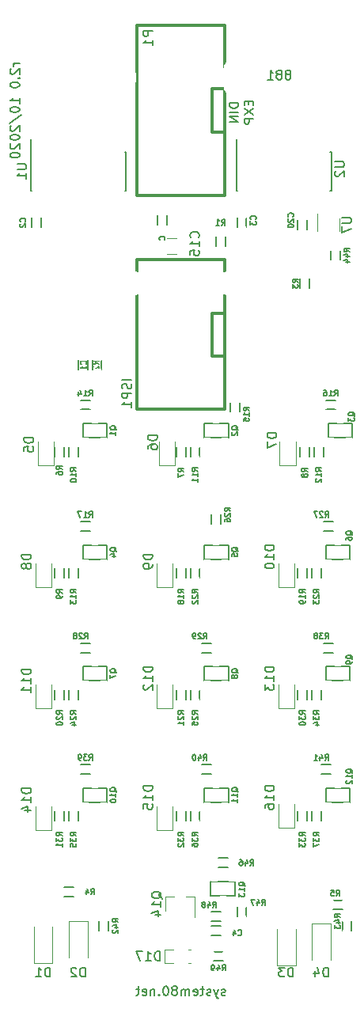
<source format=gbo>
G04 #@! TF.FileFunction,Legend,Bot*
%FSLAX46Y46*%
G04 Gerber Fmt 4.6, Leading zero omitted, Abs format (unit mm)*
G04 Created by KiCad (PCBNEW 4.0.2-stable) date 2020-09-28 8:48:27 PM*
%MOMM*%
G01*
G04 APERTURE LIST*
%ADD10C,0.200000*%
%ADD11C,0.120000*%
%ADD12C,0.304800*%
%ADD13C,0.299720*%
%ADD14C,0.127000*%
%ADD15C,0.150000*%
%ADD16C,0.152400*%
%ADD17C,0.203200*%
%ADD18C,3.225000*%
%ADD19C,2.550000*%
%ADD20R,1.850000X1.850000*%
%ADD21C,1.850000*%
%ADD22R,1.250000X1.250000*%
%ADD23R,1.650000X2.050000*%
%ADD24R,0.850000X0.950000*%
%ADD25R,0.950000X0.850000*%
%ADD26R,1.050000X1.300000*%
%ADD27R,1.250000X0.950000*%
%ADD28R,0.550000X0.550000*%
%ADD29R,2.050000X1.550000*%
%ADD30O,2.050000X1.550000*%
%ADD31O,2.550000X4.050000*%
%ADD32O,2.050000X2.550000*%
%ADD33O,3.550000X1.550000*%
%ADD34R,0.751040X1.050760*%
%ADD35R,0.650000X1.550000*%
%ADD36R,0.450000X0.700000*%
G04 APERTURE END LIST*
D10*
X136652381Y-63676191D02*
X135652381Y-63676191D01*
X135652381Y-63914286D01*
X135700000Y-64057144D01*
X135795238Y-64152382D01*
X135890476Y-64200001D01*
X136080952Y-64247620D01*
X136223810Y-64247620D01*
X136414286Y-64200001D01*
X136509524Y-64152382D01*
X136604762Y-64057144D01*
X136652381Y-63914286D01*
X136652381Y-63676191D01*
X136652381Y-64676191D02*
X135652381Y-64676191D01*
X136652381Y-65152381D02*
X135652381Y-65152381D01*
X136652381Y-65723810D01*
X135652381Y-65723810D01*
X137728571Y-63509524D02*
X137728571Y-63842858D01*
X138252381Y-63985715D02*
X138252381Y-63509524D01*
X137252381Y-63509524D01*
X137252381Y-63985715D01*
X137252381Y-64319048D02*
X138252381Y-64985715D01*
X137252381Y-64985715D02*
X138252381Y-64319048D01*
X138252381Y-65366667D02*
X137252381Y-65366667D01*
X137252381Y-65747620D01*
X137300000Y-65842858D01*
X137347619Y-65890477D01*
X137442857Y-65938096D01*
X137585714Y-65938096D01*
X137680952Y-65890477D01*
X137728571Y-65842858D01*
X137776190Y-65747620D01*
X137776190Y-65366667D01*
X113202381Y-59476190D02*
X112535714Y-59476190D01*
X112726190Y-59476190D02*
X112630952Y-59523809D01*
X112583333Y-59571428D01*
X112535714Y-59666666D01*
X112535714Y-59761905D01*
X112297619Y-60047619D02*
X112250000Y-60095238D01*
X112202381Y-60190476D01*
X112202381Y-60428572D01*
X112250000Y-60523810D01*
X112297619Y-60571429D01*
X112392857Y-60619048D01*
X112488095Y-60619048D01*
X112630952Y-60571429D01*
X113202381Y-60000000D01*
X113202381Y-60619048D01*
X113107143Y-61047619D02*
X113154762Y-61095238D01*
X113202381Y-61047619D01*
X113154762Y-61000000D01*
X113107143Y-61047619D01*
X113202381Y-61047619D01*
X112202381Y-61714285D02*
X112202381Y-61809524D01*
X112250000Y-61904762D01*
X112297619Y-61952381D01*
X112392857Y-62000000D01*
X112583333Y-62047619D01*
X112821429Y-62047619D01*
X113011905Y-62000000D01*
X113107143Y-61952381D01*
X113154762Y-61904762D01*
X113202381Y-61809524D01*
X113202381Y-61714285D01*
X113154762Y-61619047D01*
X113107143Y-61571428D01*
X113011905Y-61523809D01*
X112821429Y-61476190D01*
X112583333Y-61476190D01*
X112392857Y-61523809D01*
X112297619Y-61571428D01*
X112250000Y-61619047D01*
X112202381Y-61714285D01*
X113202381Y-63761905D02*
X113202381Y-63190476D01*
X113202381Y-63476190D02*
X112202381Y-63476190D01*
X112345238Y-63380952D01*
X112440476Y-63285714D01*
X112488095Y-63190476D01*
X112202381Y-64380952D02*
X112202381Y-64476191D01*
X112250000Y-64571429D01*
X112297619Y-64619048D01*
X112392857Y-64666667D01*
X112583333Y-64714286D01*
X112821429Y-64714286D01*
X113011905Y-64666667D01*
X113107143Y-64619048D01*
X113154762Y-64571429D01*
X113202381Y-64476191D01*
X113202381Y-64380952D01*
X113154762Y-64285714D01*
X113107143Y-64238095D01*
X113011905Y-64190476D01*
X112821429Y-64142857D01*
X112583333Y-64142857D01*
X112392857Y-64190476D01*
X112297619Y-64238095D01*
X112250000Y-64285714D01*
X112202381Y-64380952D01*
X112154762Y-65857143D02*
X113440476Y-65000000D01*
X112297619Y-66142857D02*
X112250000Y-66190476D01*
X112202381Y-66285714D01*
X112202381Y-66523810D01*
X112250000Y-66619048D01*
X112297619Y-66666667D01*
X112392857Y-66714286D01*
X112488095Y-66714286D01*
X112630952Y-66666667D01*
X113202381Y-66095238D01*
X113202381Y-66714286D01*
X112202381Y-67333333D02*
X112202381Y-67428572D01*
X112250000Y-67523810D01*
X112297619Y-67571429D01*
X112392857Y-67619048D01*
X112583333Y-67666667D01*
X112821429Y-67666667D01*
X113011905Y-67619048D01*
X113107143Y-67571429D01*
X113154762Y-67523810D01*
X113202381Y-67428572D01*
X113202381Y-67333333D01*
X113154762Y-67238095D01*
X113107143Y-67190476D01*
X113011905Y-67142857D01*
X112821429Y-67095238D01*
X112583333Y-67095238D01*
X112392857Y-67142857D01*
X112297619Y-67190476D01*
X112250000Y-67238095D01*
X112202381Y-67333333D01*
X112297619Y-68047619D02*
X112250000Y-68095238D01*
X112202381Y-68190476D01*
X112202381Y-68428572D01*
X112250000Y-68523810D01*
X112297619Y-68571429D01*
X112392857Y-68619048D01*
X112488095Y-68619048D01*
X112630952Y-68571429D01*
X113202381Y-68000000D01*
X113202381Y-68619048D01*
X112202381Y-69238095D02*
X112202381Y-69333334D01*
X112250000Y-69428572D01*
X112297619Y-69476191D01*
X112392857Y-69523810D01*
X112583333Y-69571429D01*
X112821429Y-69571429D01*
X113011905Y-69523810D01*
X113107143Y-69476191D01*
X113154762Y-69428572D01*
X113202381Y-69333334D01*
X113202381Y-69238095D01*
X113154762Y-69142857D01*
X113107143Y-69095238D01*
X113011905Y-69047619D01*
X112821429Y-69000000D01*
X112583333Y-69000000D01*
X112392857Y-69047619D01*
X112297619Y-69095238D01*
X112250000Y-69142857D01*
X112202381Y-69238095D01*
X135238096Y-159154762D02*
X135142858Y-159202381D01*
X134952382Y-159202381D01*
X134857143Y-159154762D01*
X134809524Y-159059524D01*
X134809524Y-159011905D01*
X134857143Y-158916667D01*
X134952382Y-158869048D01*
X135095239Y-158869048D01*
X135190477Y-158821429D01*
X135238096Y-158726190D01*
X135238096Y-158678571D01*
X135190477Y-158583333D01*
X135095239Y-158535714D01*
X134952382Y-158535714D01*
X134857143Y-158583333D01*
X134476191Y-158535714D02*
X134238096Y-159202381D01*
X134000000Y-158535714D02*
X134238096Y-159202381D01*
X134333334Y-159440476D01*
X134380953Y-159488095D01*
X134476191Y-159535714D01*
X133666667Y-159154762D02*
X133571429Y-159202381D01*
X133380953Y-159202381D01*
X133285714Y-159154762D01*
X133238095Y-159059524D01*
X133238095Y-159011905D01*
X133285714Y-158916667D01*
X133380953Y-158869048D01*
X133523810Y-158869048D01*
X133619048Y-158821429D01*
X133666667Y-158726190D01*
X133666667Y-158678571D01*
X133619048Y-158583333D01*
X133523810Y-158535714D01*
X133380953Y-158535714D01*
X133285714Y-158583333D01*
X132952381Y-158535714D02*
X132571429Y-158535714D01*
X132809524Y-158202381D02*
X132809524Y-159059524D01*
X132761905Y-159154762D01*
X132666667Y-159202381D01*
X132571429Y-159202381D01*
X131857142Y-159154762D02*
X131952380Y-159202381D01*
X132142857Y-159202381D01*
X132238095Y-159154762D01*
X132285714Y-159059524D01*
X132285714Y-158678571D01*
X132238095Y-158583333D01*
X132142857Y-158535714D01*
X131952380Y-158535714D01*
X131857142Y-158583333D01*
X131809523Y-158678571D01*
X131809523Y-158773810D01*
X132285714Y-158869048D01*
X131380952Y-159202381D02*
X131380952Y-158535714D01*
X131380952Y-158630952D02*
X131333333Y-158583333D01*
X131238095Y-158535714D01*
X131095237Y-158535714D01*
X130999999Y-158583333D01*
X130952380Y-158678571D01*
X130952380Y-159202381D01*
X130952380Y-158678571D02*
X130904761Y-158583333D01*
X130809523Y-158535714D01*
X130666666Y-158535714D01*
X130571428Y-158583333D01*
X130523809Y-158678571D01*
X130523809Y-159202381D01*
X129904762Y-158630952D02*
X130000000Y-158583333D01*
X130047619Y-158535714D01*
X130095238Y-158440476D01*
X130095238Y-158392857D01*
X130047619Y-158297619D01*
X130000000Y-158250000D01*
X129904762Y-158202381D01*
X129714285Y-158202381D01*
X129619047Y-158250000D01*
X129571428Y-158297619D01*
X129523809Y-158392857D01*
X129523809Y-158440476D01*
X129571428Y-158535714D01*
X129619047Y-158583333D01*
X129714285Y-158630952D01*
X129904762Y-158630952D01*
X130000000Y-158678571D01*
X130047619Y-158726190D01*
X130095238Y-158821429D01*
X130095238Y-159011905D01*
X130047619Y-159107143D01*
X130000000Y-159154762D01*
X129904762Y-159202381D01*
X129714285Y-159202381D01*
X129619047Y-159154762D01*
X129571428Y-159107143D01*
X129523809Y-159011905D01*
X129523809Y-158821429D01*
X129571428Y-158726190D01*
X129619047Y-158678571D01*
X129714285Y-158630952D01*
X128904762Y-158202381D02*
X128809523Y-158202381D01*
X128714285Y-158250000D01*
X128666666Y-158297619D01*
X128619047Y-158392857D01*
X128571428Y-158583333D01*
X128571428Y-158821429D01*
X128619047Y-159011905D01*
X128666666Y-159107143D01*
X128714285Y-159154762D01*
X128809523Y-159202381D01*
X128904762Y-159202381D01*
X129000000Y-159154762D01*
X129047619Y-159107143D01*
X129095238Y-159011905D01*
X129142857Y-158821429D01*
X129142857Y-158583333D01*
X129095238Y-158392857D01*
X129047619Y-158297619D01*
X129000000Y-158250000D01*
X128904762Y-158202381D01*
X128142857Y-159107143D02*
X128095238Y-159154762D01*
X128142857Y-159202381D01*
X128190476Y-159154762D01*
X128142857Y-159107143D01*
X128142857Y-159202381D01*
X127666667Y-158535714D02*
X127666667Y-159202381D01*
X127666667Y-158630952D02*
X127619048Y-158583333D01*
X127523810Y-158535714D01*
X127380952Y-158535714D01*
X127285714Y-158583333D01*
X127238095Y-158678571D01*
X127238095Y-159202381D01*
X126380952Y-159154762D02*
X126476190Y-159202381D01*
X126666667Y-159202381D01*
X126761905Y-159154762D01*
X126809524Y-159059524D01*
X126809524Y-158678571D01*
X126761905Y-158583333D01*
X126666667Y-158535714D01*
X126476190Y-158535714D01*
X126380952Y-158583333D01*
X126333333Y-158678571D01*
X126333333Y-158773810D01*
X126809524Y-158869048D01*
X126047619Y-158535714D02*
X125666667Y-158535714D01*
X125904762Y-158202381D02*
X125904762Y-159059524D01*
X125857143Y-159154762D01*
X125761905Y-159202381D01*
X125666667Y-159202381D01*
X142047619Y-60630952D02*
X142142857Y-60583333D01*
X142190476Y-60535714D01*
X142238095Y-60440476D01*
X142238095Y-60392857D01*
X142190476Y-60297619D01*
X142142857Y-60250000D01*
X142047619Y-60202381D01*
X141857142Y-60202381D01*
X141761904Y-60250000D01*
X141714285Y-60297619D01*
X141666666Y-60392857D01*
X141666666Y-60440476D01*
X141714285Y-60535714D01*
X141761904Y-60583333D01*
X141857142Y-60630952D01*
X142047619Y-60630952D01*
X142142857Y-60678571D01*
X142190476Y-60726190D01*
X142238095Y-60821429D01*
X142238095Y-61011905D01*
X142190476Y-61107143D01*
X142142857Y-61154762D01*
X142047619Y-61202381D01*
X141857142Y-61202381D01*
X141761904Y-61154762D01*
X141714285Y-61107143D01*
X141666666Y-61011905D01*
X141666666Y-60821429D01*
X141714285Y-60726190D01*
X141761904Y-60678571D01*
X141857142Y-60630952D01*
X141095238Y-60630952D02*
X141190476Y-60583333D01*
X141238095Y-60535714D01*
X141285714Y-60440476D01*
X141285714Y-60392857D01*
X141238095Y-60297619D01*
X141190476Y-60250000D01*
X141095238Y-60202381D01*
X140904761Y-60202381D01*
X140809523Y-60250000D01*
X140761904Y-60297619D01*
X140714285Y-60392857D01*
X140714285Y-60440476D01*
X140761904Y-60535714D01*
X140809523Y-60583333D01*
X140904761Y-60630952D01*
X141095238Y-60630952D01*
X141190476Y-60678571D01*
X141238095Y-60726190D01*
X141285714Y-60821429D01*
X141285714Y-61011905D01*
X141238095Y-61107143D01*
X141190476Y-61154762D01*
X141095238Y-61202381D01*
X140904761Y-61202381D01*
X140809523Y-61154762D01*
X140761904Y-61107143D01*
X140714285Y-61011905D01*
X140714285Y-60821429D01*
X140761904Y-60726190D01*
X140809523Y-60678571D01*
X140904761Y-60630952D01*
X139761904Y-61202381D02*
X140333333Y-61202381D01*
X140047619Y-61202381D02*
X140047619Y-60202381D01*
X140142857Y-60345238D01*
X140238095Y-60440476D01*
X140333333Y-60488095D01*
D11*
X128700000Y-155700000D02*
X128700000Y-154300000D01*
X128700000Y-154300000D02*
X131500000Y-154300000D01*
X128700000Y-155700000D02*
X131500000Y-155700000D01*
D10*
X121000000Y-91250000D02*
X121000000Y-92250000D01*
X122000000Y-91250000D02*
X122000000Y-92250000D01*
X114500000Y-76000000D02*
X114500000Y-77000000D01*
X115500000Y-76000000D02*
X115500000Y-77000000D01*
X136500000Y-76000000D02*
X136500000Y-77000000D01*
X137500000Y-76000000D02*
X137500000Y-77000000D01*
X133750000Y-152750000D02*
X134750000Y-152750000D01*
X133750000Y-151750000D02*
X134750000Y-151750000D01*
D11*
X130000000Y-79850000D02*
X129000000Y-79850000D01*
X129000000Y-78150000D02*
X130000000Y-78150000D01*
D10*
X129000000Y-76750000D02*
X129000000Y-75750000D01*
X128000000Y-76750000D02*
X128000000Y-75750000D01*
X144000000Y-77250000D02*
X144000000Y-76250000D01*
X143000000Y-77250000D02*
X143000000Y-76250000D01*
D11*
X116750000Y-155750000D02*
X114750000Y-155750000D01*
X114750000Y-155750000D02*
X114750000Y-151850000D01*
X116750000Y-155750000D02*
X116750000Y-151850000D01*
X118500000Y-151250000D02*
X120500000Y-151250000D01*
X120500000Y-151250000D02*
X120500000Y-155150000D01*
X118500000Y-151250000D02*
X118500000Y-155150000D01*
X142750000Y-156000000D02*
X140750000Y-156000000D01*
X140750000Y-156000000D02*
X140750000Y-152100000D01*
X142750000Y-156000000D02*
X142750000Y-152100000D01*
X144500000Y-151500000D02*
X146500000Y-151500000D01*
X146500000Y-151500000D02*
X146500000Y-155400000D01*
X144500000Y-151500000D02*
X144500000Y-155400000D01*
X116850000Y-102500000D02*
X115150000Y-102500000D01*
X115150000Y-102500000D02*
X115150000Y-99950000D01*
X116850000Y-102500000D02*
X116850000Y-99950000D01*
D12*
X135200000Y-80500000D02*
X135200000Y-96500000D01*
X125800000Y-96500000D02*
X125800000Y-80500000D01*
X125800000Y-80500000D02*
X135200000Y-80500000D01*
X125800000Y-96500000D02*
X135200000Y-96500000D01*
D13*
X135200000Y-90800000D02*
X133800000Y-90800000D01*
X133800000Y-90800000D02*
X133800000Y-86200000D01*
X133800000Y-86200000D02*
X135200000Y-86200000D01*
D12*
X135200000Y-55400000D02*
X135200000Y-73600000D01*
X125800000Y-73600000D02*
X125800000Y-55400000D01*
X125800000Y-55400000D02*
X135200000Y-55400000D01*
X125800000Y-73600000D02*
X135200000Y-73600000D01*
D13*
X135200000Y-66800000D02*
X133800000Y-66800000D01*
X133800000Y-66800000D02*
X133800000Y-62200000D01*
X133800000Y-62200000D02*
X135200000Y-62200000D01*
D14*
X119980000Y-99512000D02*
X122583500Y-99512000D01*
X122583500Y-99512000D02*
X122583500Y-97988000D01*
X122583500Y-97988000D02*
X119980000Y-97988000D01*
X119980000Y-97988000D02*
X119980000Y-99512000D01*
X132980000Y-99512000D02*
X135583500Y-99512000D01*
X135583500Y-99512000D02*
X135583500Y-97988000D01*
X135583500Y-97988000D02*
X132980000Y-97988000D01*
X132980000Y-97988000D02*
X132980000Y-99512000D01*
X146230000Y-99512000D02*
X148833500Y-99512000D01*
X148833500Y-99512000D02*
X148833500Y-97988000D01*
X148833500Y-97988000D02*
X146230000Y-97988000D01*
X146230000Y-97988000D02*
X146230000Y-99512000D01*
X119980000Y-112512000D02*
X122583500Y-112512000D01*
X122583500Y-112512000D02*
X122583500Y-110988000D01*
X122583500Y-110988000D02*
X119980000Y-110988000D01*
X119980000Y-110988000D02*
X119980000Y-112512000D01*
X132980000Y-112512000D02*
X135583500Y-112512000D01*
X135583500Y-112512000D02*
X135583500Y-110988000D01*
X135583500Y-110988000D02*
X132980000Y-110988000D01*
X132980000Y-110988000D02*
X132980000Y-112512000D01*
X145980000Y-112512000D02*
X148583500Y-112512000D01*
X148583500Y-112512000D02*
X148583500Y-110988000D01*
X148583500Y-110988000D02*
X145980000Y-110988000D01*
X145980000Y-110988000D02*
X145980000Y-112512000D01*
X119980000Y-125512000D02*
X122583500Y-125512000D01*
X122583500Y-125512000D02*
X122583500Y-123988000D01*
X122583500Y-123988000D02*
X119980000Y-123988000D01*
X119980000Y-123988000D02*
X119980000Y-125512000D01*
X132980000Y-125512000D02*
X135583500Y-125512000D01*
X135583500Y-125512000D02*
X135583500Y-123988000D01*
X135583500Y-123988000D02*
X132980000Y-123988000D01*
X132980000Y-123988000D02*
X132980000Y-125512000D01*
X145980000Y-125512000D02*
X148583500Y-125512000D01*
X148583500Y-125512000D02*
X148583500Y-123988000D01*
X148583500Y-123988000D02*
X145980000Y-123988000D01*
X145980000Y-123988000D02*
X145980000Y-125512000D01*
X119980000Y-138512000D02*
X122583500Y-138512000D01*
X122583500Y-138512000D02*
X122583500Y-136988000D01*
X122583500Y-136988000D02*
X119980000Y-136988000D01*
X119980000Y-136988000D02*
X119980000Y-138512000D01*
X132980000Y-138512000D02*
X135583500Y-138512000D01*
X135583500Y-138512000D02*
X135583500Y-136988000D01*
X135583500Y-136988000D02*
X132980000Y-136988000D01*
X132980000Y-136988000D02*
X132980000Y-138512000D01*
X145980000Y-138512000D02*
X148583500Y-138512000D01*
X148583500Y-138512000D02*
X148583500Y-136988000D01*
X148583500Y-136988000D02*
X145980000Y-136988000D01*
X145980000Y-136988000D02*
X145980000Y-138512000D01*
X136270000Y-146988000D02*
X133666500Y-146988000D01*
X133666500Y-146988000D02*
X133666500Y-148512000D01*
X133666500Y-148512000D02*
X136270000Y-148512000D01*
X136270000Y-148512000D02*
X136270000Y-146988000D01*
D11*
X128820000Y-148640000D02*
X129750000Y-148640000D01*
X131980000Y-148640000D02*
X131050000Y-148640000D01*
X131980000Y-148640000D02*
X131980000Y-150800000D01*
X128820000Y-148640000D02*
X128820000Y-150100000D01*
D10*
X135250000Y-79000000D02*
X135250000Y-78000000D01*
X134250000Y-79000000D02*
X134250000Y-78000000D01*
X120500000Y-92250000D02*
X120500000Y-91250000D01*
X119500000Y-92250000D02*
X119500000Y-91250000D01*
X144250000Y-83500000D02*
X144250000Y-82500000D01*
X143250000Y-83500000D02*
X143250000Y-82500000D01*
X118000000Y-148600000D02*
X119000000Y-148600000D01*
X118000000Y-147600000D02*
X119000000Y-147600000D01*
X146750000Y-150000000D02*
X147750000Y-150000000D01*
X146750000Y-149000000D02*
X147750000Y-149000000D01*
X117000000Y-100500000D02*
X117000000Y-101500000D01*
X118000000Y-100500000D02*
X118000000Y-101500000D01*
X130000000Y-100500000D02*
X130000000Y-101500000D01*
X131000000Y-100500000D02*
X131000000Y-101500000D01*
X143250000Y-100500000D02*
X143250000Y-101500000D01*
X144250000Y-100500000D02*
X144250000Y-101500000D01*
X117000000Y-113500000D02*
X117000000Y-114500000D01*
X118000000Y-113500000D02*
X118000000Y-114500000D01*
X119500000Y-101500000D02*
X119500000Y-100500000D01*
X118500000Y-101500000D02*
X118500000Y-100500000D01*
X132500000Y-101500000D02*
X132500000Y-100500000D01*
X131500000Y-101500000D02*
X131500000Y-100500000D01*
X145750000Y-101500000D02*
X145750000Y-100500000D01*
X144750000Y-101500000D02*
X144750000Y-100500000D01*
X119500000Y-114500000D02*
X119500000Y-113500000D01*
X118500000Y-114500000D02*
X118500000Y-113500000D01*
X119750000Y-96500000D02*
X120750000Y-96500000D01*
X119750000Y-95500000D02*
X120750000Y-95500000D01*
X135750000Y-95750000D02*
X135750000Y-96750000D01*
X136750000Y-95750000D02*
X136750000Y-96750000D01*
X146000000Y-96500000D02*
X147000000Y-96500000D01*
X146000000Y-95500000D02*
X147000000Y-95500000D01*
X119750000Y-109500000D02*
X120750000Y-109500000D01*
X119750000Y-108500000D02*
X120750000Y-108500000D01*
X130000000Y-113500000D02*
X130000000Y-114500000D01*
X131000000Y-113500000D02*
X131000000Y-114500000D01*
X143000000Y-113500000D02*
X143000000Y-114500000D01*
X144000000Y-113500000D02*
X144000000Y-114500000D01*
X117000000Y-126500000D02*
X117000000Y-127500000D01*
X118000000Y-126500000D02*
X118000000Y-127500000D01*
X130000000Y-126500000D02*
X130000000Y-127500000D01*
X131000000Y-126500000D02*
X131000000Y-127500000D01*
X132500000Y-114500000D02*
X132500000Y-113500000D01*
X131500000Y-114500000D02*
X131500000Y-113500000D01*
X145500000Y-114500000D02*
X145500000Y-113500000D01*
X144500000Y-114500000D02*
X144500000Y-113500000D01*
X119500000Y-127500000D02*
X119500000Y-126500000D01*
X118500000Y-127500000D02*
X118500000Y-126500000D01*
X132500000Y-127500000D02*
X132500000Y-126500000D01*
X131500000Y-127500000D02*
X131500000Y-126500000D01*
X133750000Y-107750000D02*
X133750000Y-108750000D01*
X134750000Y-107750000D02*
X134750000Y-108750000D01*
X145750000Y-109500000D02*
X146750000Y-109500000D01*
X145750000Y-108500000D02*
X146750000Y-108500000D01*
X119750000Y-122500000D02*
X120750000Y-122500000D01*
X119750000Y-121500000D02*
X120750000Y-121500000D01*
X132750000Y-122500000D02*
X133750000Y-122500000D01*
X132750000Y-121500000D02*
X133750000Y-121500000D01*
X143000000Y-126500000D02*
X143000000Y-127500000D01*
X144000000Y-126500000D02*
X144000000Y-127500000D01*
X117000000Y-139500000D02*
X117000000Y-140500000D01*
X118000000Y-139500000D02*
X118000000Y-140500000D01*
X130000000Y-139500000D02*
X130000000Y-140500000D01*
X131000000Y-139500000D02*
X131000000Y-140500000D01*
X143000000Y-139500000D02*
X143000000Y-140500000D01*
X144000000Y-139500000D02*
X144000000Y-140500000D01*
X145500000Y-127500000D02*
X145500000Y-126500000D01*
X144500000Y-127500000D02*
X144500000Y-126500000D01*
X119500000Y-140500000D02*
X119500000Y-139500000D01*
X118500000Y-140500000D02*
X118500000Y-139500000D01*
X132500000Y-140500000D02*
X132500000Y-139500000D01*
X131500000Y-140500000D02*
X131500000Y-139500000D01*
X145500000Y-140500000D02*
X145500000Y-139500000D01*
X144500000Y-140500000D02*
X144500000Y-139500000D01*
X145750000Y-122500000D02*
X146750000Y-122500000D01*
X145750000Y-121500000D02*
X146750000Y-121500000D01*
X119750000Y-135500000D02*
X120750000Y-135500000D01*
X119750000Y-134500000D02*
X120750000Y-134500000D01*
X132750000Y-135500000D02*
X133750000Y-135500000D01*
X132750000Y-134500000D02*
X133750000Y-134500000D01*
X145500000Y-135500000D02*
X146500000Y-135500000D01*
X145500000Y-134500000D02*
X146500000Y-134500000D01*
X121750000Y-151250000D02*
X121750000Y-152250000D01*
X122750000Y-151250000D02*
X122750000Y-152250000D01*
X147750000Y-151250000D02*
X147750000Y-152250000D01*
X148750000Y-151250000D02*
X148750000Y-152250000D01*
X147500000Y-80500000D02*
X147500000Y-79500000D01*
X146500000Y-80500000D02*
X146500000Y-79500000D01*
X134500000Y-145500000D02*
X135500000Y-145500000D01*
X134500000Y-144500000D02*
X135500000Y-144500000D01*
X137500000Y-150750000D02*
X137500000Y-149750000D01*
X136500000Y-150750000D02*
X136500000Y-149750000D01*
X133750000Y-151250000D02*
X134750000Y-151250000D01*
X133750000Y-150250000D02*
X134750000Y-150250000D01*
X135000000Y-154500000D02*
X134000000Y-154500000D01*
X135000000Y-155500000D02*
X134000000Y-155500000D01*
D15*
X114425000Y-68925000D02*
X114450000Y-68925000D01*
X114425000Y-73075000D02*
X114530000Y-73075000D01*
X124575000Y-73075000D02*
X124470000Y-73075000D01*
X124575000Y-68925000D02*
X124470000Y-68925000D01*
X114425000Y-68925000D02*
X114425000Y-73075000D01*
X124575000Y-68925000D02*
X124575000Y-73075000D01*
X114450000Y-68925000D02*
X114450000Y-67550000D01*
X136425000Y-68925000D02*
X136450000Y-68925000D01*
X136425000Y-73075000D02*
X136530000Y-73075000D01*
X146575000Y-73075000D02*
X146470000Y-73075000D01*
X146575000Y-68925000D02*
X146470000Y-68925000D01*
X136425000Y-68925000D02*
X136425000Y-73075000D01*
X146575000Y-68925000D02*
X146575000Y-73075000D01*
X136450000Y-68925000D02*
X136450000Y-67550000D01*
D11*
X145090000Y-77450000D02*
X145090000Y-75550000D01*
X147410000Y-76050000D02*
X147410000Y-77450000D01*
X142600000Y-141250000D02*
X140900000Y-141250000D01*
X140900000Y-141250000D02*
X140900000Y-138700000D01*
X142600000Y-141250000D02*
X142600000Y-138700000D01*
X129600000Y-141500000D02*
X127900000Y-141500000D01*
X127900000Y-141500000D02*
X127900000Y-138950000D01*
X129600000Y-141500000D02*
X129600000Y-138950000D01*
X116600000Y-141500000D02*
X114900000Y-141500000D01*
X114900000Y-141500000D02*
X114900000Y-138950000D01*
X116600000Y-141500000D02*
X116600000Y-138950000D01*
X142600000Y-128500000D02*
X140900000Y-128500000D01*
X140900000Y-128500000D02*
X140900000Y-125950000D01*
X142600000Y-128500000D02*
X142600000Y-125950000D01*
X129600000Y-128500000D02*
X127900000Y-128500000D01*
X127900000Y-128500000D02*
X127900000Y-125950000D01*
X129600000Y-128500000D02*
X129600000Y-125950000D01*
X116600000Y-128500000D02*
X114900000Y-128500000D01*
X114900000Y-128500000D02*
X114900000Y-125950000D01*
X116600000Y-128500000D02*
X116600000Y-125950000D01*
X142600000Y-115500000D02*
X140900000Y-115500000D01*
X140900000Y-115500000D02*
X140900000Y-112950000D01*
X142600000Y-115500000D02*
X142600000Y-112950000D01*
X129600000Y-115500000D02*
X127900000Y-115500000D01*
X127900000Y-115500000D02*
X127900000Y-112950000D01*
X129600000Y-115500000D02*
X129600000Y-112950000D01*
X116600000Y-115500000D02*
X114900000Y-115500000D01*
X114900000Y-115500000D02*
X114900000Y-112950000D01*
X116600000Y-115500000D02*
X116600000Y-112950000D01*
X142750000Y-102500000D02*
X141050000Y-102500000D01*
X141050000Y-102500000D02*
X141050000Y-99950000D01*
X142750000Y-102500000D02*
X142750000Y-99950000D01*
X129850000Y-102500000D02*
X128150000Y-102500000D01*
X128150000Y-102500000D02*
X128150000Y-99950000D01*
X129850000Y-102500000D02*
X129850000Y-99950000D01*
D15*
X128214286Y-155452381D02*
X128214286Y-154452381D01*
X127976191Y-154452381D01*
X127833333Y-154500000D01*
X127738095Y-154595238D01*
X127690476Y-154690476D01*
X127642857Y-154880952D01*
X127642857Y-155023810D01*
X127690476Y-155214286D01*
X127738095Y-155309524D01*
X127833333Y-155404762D01*
X127976191Y-155452381D01*
X128214286Y-155452381D01*
X126690476Y-155452381D02*
X127261905Y-155452381D01*
X126976191Y-155452381D02*
X126976191Y-154452381D01*
X127071429Y-154595238D01*
X127166667Y-154690476D01*
X127261905Y-154738095D01*
X126357143Y-154452381D02*
X125690476Y-154452381D01*
X126119048Y-155452381D01*
D16*
X120317714Y-91648401D02*
X120346743Y-91619372D01*
X120375771Y-91532286D01*
X120375771Y-91474229D01*
X120346743Y-91387144D01*
X120288686Y-91329086D01*
X120230629Y-91300058D01*
X120114514Y-91271029D01*
X120027429Y-91271029D01*
X119911314Y-91300058D01*
X119853257Y-91329086D01*
X119795200Y-91387144D01*
X119766171Y-91474229D01*
X119766171Y-91532286D01*
X119795200Y-91619372D01*
X119824229Y-91648401D01*
X120375771Y-92228972D02*
X120375771Y-91880629D01*
X120375771Y-92054801D02*
X119766171Y-92054801D01*
X119853257Y-91996744D01*
X119911314Y-91938686D01*
X119940343Y-91880629D01*
X113817714Y-76398401D02*
X113846743Y-76369372D01*
X113875771Y-76282286D01*
X113875771Y-76224229D01*
X113846743Y-76137144D01*
X113788686Y-76079086D01*
X113730629Y-76050058D01*
X113614514Y-76021029D01*
X113527429Y-76021029D01*
X113411314Y-76050058D01*
X113353257Y-76079086D01*
X113295200Y-76137144D01*
X113266171Y-76224229D01*
X113266171Y-76282286D01*
X113295200Y-76369372D01*
X113324229Y-76398401D01*
X113324229Y-76630629D02*
X113295200Y-76659658D01*
X113266171Y-76717715D01*
X113266171Y-76862858D01*
X113295200Y-76920915D01*
X113324229Y-76949944D01*
X113382286Y-76978972D01*
X113440343Y-76978972D01*
X113527429Y-76949944D01*
X113875771Y-76601601D01*
X113875771Y-76978972D01*
X138467714Y-76148401D02*
X138496743Y-76119372D01*
X138525771Y-76032286D01*
X138525771Y-75974229D01*
X138496743Y-75887144D01*
X138438686Y-75829086D01*
X138380629Y-75800058D01*
X138264514Y-75771029D01*
X138177429Y-75771029D01*
X138061314Y-75800058D01*
X138003257Y-75829086D01*
X137945200Y-75887144D01*
X137916171Y-75974229D01*
X137916171Y-76032286D01*
X137945200Y-76119372D01*
X137974229Y-76148401D01*
X137916171Y-76351601D02*
X137916171Y-76728972D01*
X138148400Y-76525772D01*
X138148400Y-76612858D01*
X138177429Y-76670915D01*
X138206457Y-76699944D01*
X138264514Y-76728972D01*
X138409657Y-76728972D01*
X138467714Y-76699944D01*
X138496743Y-76670915D01*
X138525771Y-76612858D01*
X138525771Y-76438686D01*
X138496743Y-76380629D01*
X138467714Y-76351601D01*
X136601599Y-152717714D02*
X136630628Y-152746743D01*
X136717714Y-152775771D01*
X136775771Y-152775771D01*
X136862856Y-152746743D01*
X136920914Y-152688686D01*
X136949942Y-152630629D01*
X136978971Y-152514514D01*
X136978971Y-152427429D01*
X136949942Y-152311314D01*
X136920914Y-152253257D01*
X136862856Y-152195200D01*
X136775771Y-152166171D01*
X136717714Y-152166171D01*
X136630628Y-152195200D01*
X136601599Y-152224229D01*
X136079085Y-152369371D02*
X136079085Y-152775771D01*
X136224228Y-152137143D02*
X136369371Y-152572571D01*
X135991999Y-152572571D01*
D15*
X132357143Y-78107143D02*
X132404762Y-78059524D01*
X132452381Y-77916667D01*
X132452381Y-77821429D01*
X132404762Y-77678571D01*
X132309524Y-77583333D01*
X132214286Y-77535714D01*
X132023810Y-77488095D01*
X131880952Y-77488095D01*
X131690476Y-77535714D01*
X131595238Y-77583333D01*
X131500000Y-77678571D01*
X131452381Y-77821429D01*
X131452381Y-77916667D01*
X131500000Y-78059524D01*
X131547619Y-78107143D01*
X132452381Y-79059524D02*
X132452381Y-78488095D01*
X132452381Y-78773809D02*
X131452381Y-78773809D01*
X131595238Y-78678571D01*
X131690476Y-78583333D01*
X131738095Y-78488095D01*
X131452381Y-79964286D02*
X131452381Y-79488095D01*
X131928571Y-79440476D01*
X131880952Y-79488095D01*
X131833333Y-79583333D01*
X131833333Y-79821429D01*
X131880952Y-79916667D01*
X131928571Y-79964286D01*
X132023810Y-80011905D01*
X132261905Y-80011905D01*
X132357143Y-79964286D01*
X132404762Y-79916667D01*
X132452381Y-79821429D01*
X132452381Y-79583333D01*
X132404762Y-79488095D01*
X132357143Y-79440476D01*
D16*
X128717714Y-78358115D02*
X128746743Y-78329086D01*
X128775771Y-78242000D01*
X128775771Y-78183943D01*
X128746743Y-78096858D01*
X128688686Y-78038800D01*
X128630629Y-78009772D01*
X128514514Y-77980743D01*
X128427429Y-77980743D01*
X128311314Y-78009772D01*
X128253257Y-78038800D01*
X128195200Y-78096858D01*
X128166171Y-78183943D01*
X128166171Y-78242000D01*
X128195200Y-78329086D01*
X128224229Y-78358115D01*
X128775771Y-78938686D02*
X128775771Y-78590343D01*
X128775771Y-78764515D02*
X128166171Y-78764515D01*
X128253257Y-78706458D01*
X128311314Y-78648400D01*
X128340343Y-78590343D01*
X128775771Y-79228971D02*
X128775771Y-79345086D01*
X128746743Y-79403143D01*
X128717714Y-79432171D01*
X128630629Y-79490229D01*
X128514514Y-79519257D01*
X128282286Y-79519257D01*
X128224229Y-79490229D01*
X128195200Y-79461200D01*
X128166171Y-79403143D01*
X128166171Y-79287029D01*
X128195200Y-79228971D01*
X128224229Y-79199943D01*
X128282286Y-79170914D01*
X128427429Y-79170914D01*
X128485486Y-79199943D01*
X128514514Y-79228971D01*
X128543543Y-79287029D01*
X128543543Y-79403143D01*
X128514514Y-79461200D01*
X128485486Y-79490229D01*
X128427429Y-79519257D01*
X142467714Y-75858115D02*
X142496743Y-75829086D01*
X142525771Y-75742000D01*
X142525771Y-75683943D01*
X142496743Y-75596858D01*
X142438686Y-75538800D01*
X142380629Y-75509772D01*
X142264514Y-75480743D01*
X142177429Y-75480743D01*
X142061314Y-75509772D01*
X142003257Y-75538800D01*
X141945200Y-75596858D01*
X141916171Y-75683943D01*
X141916171Y-75742000D01*
X141945200Y-75829086D01*
X141974229Y-75858115D01*
X141974229Y-76090343D02*
X141945200Y-76119372D01*
X141916171Y-76177429D01*
X141916171Y-76322572D01*
X141945200Y-76380629D01*
X141974229Y-76409658D01*
X142032286Y-76438686D01*
X142090343Y-76438686D01*
X142177429Y-76409658D01*
X142525771Y-76061315D01*
X142525771Y-76438686D01*
X141916171Y-76816057D02*
X141916171Y-76874114D01*
X141945200Y-76932171D01*
X141974229Y-76961200D01*
X142032286Y-76990229D01*
X142148400Y-77019257D01*
X142293543Y-77019257D01*
X142409657Y-76990229D01*
X142467714Y-76961200D01*
X142496743Y-76932171D01*
X142525771Y-76874114D01*
X142525771Y-76816057D01*
X142496743Y-76758000D01*
X142467714Y-76728971D01*
X142409657Y-76699943D01*
X142293543Y-76670914D01*
X142148400Y-76670914D01*
X142032286Y-76699943D01*
X141974229Y-76728971D01*
X141945200Y-76758000D01*
X141916171Y-76816057D01*
D15*
X116488095Y-157202381D02*
X116488095Y-156202381D01*
X116250000Y-156202381D01*
X116107142Y-156250000D01*
X116011904Y-156345238D01*
X115964285Y-156440476D01*
X115916666Y-156630952D01*
X115916666Y-156773810D01*
X115964285Y-156964286D01*
X116011904Y-157059524D01*
X116107142Y-157154762D01*
X116250000Y-157202381D01*
X116488095Y-157202381D01*
X114964285Y-157202381D02*
X115535714Y-157202381D01*
X115250000Y-157202381D02*
X115250000Y-156202381D01*
X115345238Y-156345238D01*
X115440476Y-156440476D01*
X115535714Y-156488095D01*
X120238095Y-157202381D02*
X120238095Y-156202381D01*
X120000000Y-156202381D01*
X119857142Y-156250000D01*
X119761904Y-156345238D01*
X119714285Y-156440476D01*
X119666666Y-156630952D01*
X119666666Y-156773810D01*
X119714285Y-156964286D01*
X119761904Y-157059524D01*
X119857142Y-157154762D01*
X120000000Y-157202381D01*
X120238095Y-157202381D01*
X119285714Y-156297619D02*
X119238095Y-156250000D01*
X119142857Y-156202381D01*
X118904761Y-156202381D01*
X118809523Y-156250000D01*
X118761904Y-156297619D01*
X118714285Y-156392857D01*
X118714285Y-156488095D01*
X118761904Y-156630952D01*
X119333333Y-157202381D01*
X118714285Y-157202381D01*
X142488095Y-157202381D02*
X142488095Y-156202381D01*
X142250000Y-156202381D01*
X142107142Y-156250000D01*
X142011904Y-156345238D01*
X141964285Y-156440476D01*
X141916666Y-156630952D01*
X141916666Y-156773810D01*
X141964285Y-156964286D01*
X142011904Y-157059524D01*
X142107142Y-157154762D01*
X142250000Y-157202381D01*
X142488095Y-157202381D01*
X141583333Y-156202381D02*
X140964285Y-156202381D01*
X141297619Y-156583333D01*
X141154761Y-156583333D01*
X141059523Y-156630952D01*
X141011904Y-156678571D01*
X140964285Y-156773810D01*
X140964285Y-157011905D01*
X141011904Y-157107143D01*
X141059523Y-157154762D01*
X141154761Y-157202381D01*
X141440476Y-157202381D01*
X141535714Y-157154762D01*
X141583333Y-157107143D01*
X146238095Y-157202381D02*
X146238095Y-156202381D01*
X146000000Y-156202381D01*
X145857142Y-156250000D01*
X145761904Y-156345238D01*
X145714285Y-156440476D01*
X145666666Y-156630952D01*
X145666666Y-156773810D01*
X145714285Y-156964286D01*
X145761904Y-157059524D01*
X145857142Y-157154762D01*
X146000000Y-157202381D01*
X146238095Y-157202381D01*
X144809523Y-156535714D02*
X144809523Y-157202381D01*
X145047619Y-156154762D02*
X145285714Y-156869048D01*
X144666666Y-156869048D01*
X114702381Y-99511905D02*
X113702381Y-99511905D01*
X113702381Y-99750000D01*
X113750000Y-99892858D01*
X113845238Y-99988096D01*
X113940476Y-100035715D01*
X114130952Y-100083334D01*
X114273810Y-100083334D01*
X114464286Y-100035715D01*
X114559524Y-99988096D01*
X114654762Y-99892858D01*
X114702381Y-99750000D01*
X114702381Y-99511905D01*
X113702381Y-100988096D02*
X113702381Y-100511905D01*
X114178571Y-100464286D01*
X114130952Y-100511905D01*
X114083333Y-100607143D01*
X114083333Y-100845239D01*
X114130952Y-100940477D01*
X114178571Y-100988096D01*
X114273810Y-101035715D01*
X114511905Y-101035715D01*
X114607143Y-100988096D01*
X114654762Y-100940477D01*
X114702381Y-100845239D01*
X114702381Y-100607143D01*
X114654762Y-100511905D01*
X114607143Y-100464286D01*
D17*
X125202381Y-93297619D02*
X124202381Y-93297619D01*
X125154762Y-93726190D02*
X125202381Y-93869047D01*
X125202381Y-94107143D01*
X125154762Y-94202381D01*
X125107143Y-94250000D01*
X125011905Y-94297619D01*
X124916667Y-94297619D01*
X124821429Y-94250000D01*
X124773810Y-94202381D01*
X124726190Y-94107143D01*
X124678571Y-93916666D01*
X124630952Y-93821428D01*
X124583333Y-93773809D01*
X124488095Y-93726190D01*
X124392857Y-93726190D01*
X124297619Y-93773809D01*
X124250000Y-93821428D01*
X124202381Y-93916666D01*
X124202381Y-94154762D01*
X124250000Y-94297619D01*
X125202381Y-94726190D02*
X124202381Y-94726190D01*
X124202381Y-95107143D01*
X124250000Y-95202381D01*
X124297619Y-95250000D01*
X124392857Y-95297619D01*
X124535714Y-95297619D01*
X124630952Y-95250000D01*
X124678571Y-95202381D01*
X124726190Y-95107143D01*
X124726190Y-94726190D01*
X125202381Y-96250000D02*
X125202381Y-95678571D01*
X125202381Y-95964285D02*
X124202381Y-95964285D01*
X124345238Y-95869047D01*
X124440476Y-95773809D01*
X124488095Y-95678571D01*
X127452381Y-56011905D02*
X126452381Y-56011905D01*
X126452381Y-56392858D01*
X126500000Y-56488096D01*
X126547619Y-56535715D01*
X126642857Y-56583334D01*
X126785714Y-56583334D01*
X126880952Y-56535715D01*
X126928571Y-56488096D01*
X126976190Y-56392858D01*
X126976190Y-56011905D01*
X127452381Y-57535715D02*
X127452381Y-56964286D01*
X127452381Y-57250000D02*
X126452381Y-57250000D01*
X126595238Y-57154762D01*
X126690476Y-57059524D01*
X126738095Y-56964286D01*
D16*
X123583829Y-98691943D02*
X123554800Y-98633886D01*
X123496743Y-98575829D01*
X123409657Y-98488743D01*
X123380629Y-98430686D01*
X123380629Y-98372629D01*
X123525771Y-98401657D02*
X123496743Y-98343600D01*
X123438686Y-98285543D01*
X123322571Y-98256514D01*
X123119371Y-98256514D01*
X123003257Y-98285543D01*
X122945200Y-98343600D01*
X122916171Y-98401657D01*
X122916171Y-98517771D01*
X122945200Y-98575829D01*
X123003257Y-98633886D01*
X123119371Y-98662914D01*
X123322571Y-98662914D01*
X123438686Y-98633886D01*
X123496743Y-98575829D01*
X123525771Y-98517771D01*
X123525771Y-98401657D01*
X123525771Y-99243486D02*
X123525771Y-98895143D01*
X123525771Y-99069315D02*
X122916171Y-99069315D01*
X123003257Y-99011258D01*
X123061314Y-98953200D01*
X123090343Y-98895143D01*
X136583829Y-98691943D02*
X136554800Y-98633886D01*
X136496743Y-98575829D01*
X136409657Y-98488743D01*
X136380629Y-98430686D01*
X136380629Y-98372629D01*
X136525771Y-98401657D02*
X136496743Y-98343600D01*
X136438686Y-98285543D01*
X136322571Y-98256514D01*
X136119371Y-98256514D01*
X136003257Y-98285543D01*
X135945200Y-98343600D01*
X135916171Y-98401657D01*
X135916171Y-98517771D01*
X135945200Y-98575829D01*
X136003257Y-98633886D01*
X136119371Y-98662914D01*
X136322571Y-98662914D01*
X136438686Y-98633886D01*
X136496743Y-98575829D01*
X136525771Y-98517771D01*
X136525771Y-98401657D01*
X135974229Y-98895143D02*
X135945200Y-98924172D01*
X135916171Y-98982229D01*
X135916171Y-99127372D01*
X135945200Y-99185429D01*
X135974229Y-99214458D01*
X136032286Y-99243486D01*
X136090343Y-99243486D01*
X136177429Y-99214458D01*
X136525771Y-98866115D01*
X136525771Y-99243486D01*
X149083829Y-97191943D02*
X149054800Y-97133886D01*
X148996743Y-97075829D01*
X148909657Y-96988743D01*
X148880629Y-96930686D01*
X148880629Y-96872629D01*
X149025771Y-96901657D02*
X148996743Y-96843600D01*
X148938686Y-96785543D01*
X148822571Y-96756514D01*
X148619371Y-96756514D01*
X148503257Y-96785543D01*
X148445200Y-96843600D01*
X148416171Y-96901657D01*
X148416171Y-97017771D01*
X148445200Y-97075829D01*
X148503257Y-97133886D01*
X148619371Y-97162914D01*
X148822571Y-97162914D01*
X148938686Y-97133886D01*
X148996743Y-97075829D01*
X149025771Y-97017771D01*
X149025771Y-96901657D01*
X148416171Y-97366115D02*
X148416171Y-97743486D01*
X148648400Y-97540286D01*
X148648400Y-97627372D01*
X148677429Y-97685429D01*
X148706457Y-97714458D01*
X148764514Y-97743486D01*
X148909657Y-97743486D01*
X148967714Y-97714458D01*
X148996743Y-97685429D01*
X149025771Y-97627372D01*
X149025771Y-97453200D01*
X148996743Y-97395143D01*
X148967714Y-97366115D01*
X123583829Y-111691943D02*
X123554800Y-111633886D01*
X123496743Y-111575829D01*
X123409657Y-111488743D01*
X123380629Y-111430686D01*
X123380629Y-111372629D01*
X123525771Y-111401657D02*
X123496743Y-111343600D01*
X123438686Y-111285543D01*
X123322571Y-111256514D01*
X123119371Y-111256514D01*
X123003257Y-111285543D01*
X122945200Y-111343600D01*
X122916171Y-111401657D01*
X122916171Y-111517771D01*
X122945200Y-111575829D01*
X123003257Y-111633886D01*
X123119371Y-111662914D01*
X123322571Y-111662914D01*
X123438686Y-111633886D01*
X123496743Y-111575829D01*
X123525771Y-111517771D01*
X123525771Y-111401657D01*
X123119371Y-112185429D02*
X123525771Y-112185429D01*
X122887143Y-112040286D02*
X123322571Y-111895143D01*
X123322571Y-112272515D01*
X136583829Y-111691943D02*
X136554800Y-111633886D01*
X136496743Y-111575829D01*
X136409657Y-111488743D01*
X136380629Y-111430686D01*
X136380629Y-111372629D01*
X136525771Y-111401657D02*
X136496743Y-111343600D01*
X136438686Y-111285543D01*
X136322571Y-111256514D01*
X136119371Y-111256514D01*
X136003257Y-111285543D01*
X135945200Y-111343600D01*
X135916171Y-111401657D01*
X135916171Y-111517771D01*
X135945200Y-111575829D01*
X136003257Y-111633886D01*
X136119371Y-111662914D01*
X136322571Y-111662914D01*
X136438686Y-111633886D01*
X136496743Y-111575829D01*
X136525771Y-111517771D01*
X136525771Y-111401657D01*
X135916171Y-112214458D02*
X135916171Y-111924172D01*
X136206457Y-111895143D01*
X136177429Y-111924172D01*
X136148400Y-111982229D01*
X136148400Y-112127372D01*
X136177429Y-112185429D01*
X136206457Y-112214458D01*
X136264514Y-112243486D01*
X136409657Y-112243486D01*
X136467714Y-112214458D01*
X136496743Y-112185429D01*
X136525771Y-112127372D01*
X136525771Y-111982229D01*
X136496743Y-111924172D01*
X136467714Y-111895143D01*
X148833829Y-109941943D02*
X148804800Y-109883886D01*
X148746743Y-109825829D01*
X148659657Y-109738743D01*
X148630629Y-109680686D01*
X148630629Y-109622629D01*
X148775771Y-109651657D02*
X148746743Y-109593600D01*
X148688686Y-109535543D01*
X148572571Y-109506514D01*
X148369371Y-109506514D01*
X148253257Y-109535543D01*
X148195200Y-109593600D01*
X148166171Y-109651657D01*
X148166171Y-109767771D01*
X148195200Y-109825829D01*
X148253257Y-109883886D01*
X148369371Y-109912914D01*
X148572571Y-109912914D01*
X148688686Y-109883886D01*
X148746743Y-109825829D01*
X148775771Y-109767771D01*
X148775771Y-109651657D01*
X148166171Y-110435429D02*
X148166171Y-110319315D01*
X148195200Y-110261258D01*
X148224229Y-110232229D01*
X148311314Y-110174172D01*
X148427429Y-110145143D01*
X148659657Y-110145143D01*
X148717714Y-110174172D01*
X148746743Y-110203200D01*
X148775771Y-110261258D01*
X148775771Y-110377372D01*
X148746743Y-110435429D01*
X148717714Y-110464458D01*
X148659657Y-110493486D01*
X148514514Y-110493486D01*
X148456457Y-110464458D01*
X148427429Y-110435429D01*
X148398400Y-110377372D01*
X148398400Y-110261258D01*
X148427429Y-110203200D01*
X148456457Y-110174172D01*
X148514514Y-110145143D01*
X123583829Y-124691943D02*
X123554800Y-124633886D01*
X123496743Y-124575829D01*
X123409657Y-124488743D01*
X123380629Y-124430686D01*
X123380629Y-124372629D01*
X123525771Y-124401657D02*
X123496743Y-124343600D01*
X123438686Y-124285543D01*
X123322571Y-124256514D01*
X123119371Y-124256514D01*
X123003257Y-124285543D01*
X122945200Y-124343600D01*
X122916171Y-124401657D01*
X122916171Y-124517771D01*
X122945200Y-124575829D01*
X123003257Y-124633886D01*
X123119371Y-124662914D01*
X123322571Y-124662914D01*
X123438686Y-124633886D01*
X123496743Y-124575829D01*
X123525771Y-124517771D01*
X123525771Y-124401657D01*
X122916171Y-124866115D02*
X122916171Y-125272515D01*
X123525771Y-125011258D01*
X136583829Y-124691943D02*
X136554800Y-124633886D01*
X136496743Y-124575829D01*
X136409657Y-124488743D01*
X136380629Y-124430686D01*
X136380629Y-124372629D01*
X136525771Y-124401657D02*
X136496743Y-124343600D01*
X136438686Y-124285543D01*
X136322571Y-124256514D01*
X136119371Y-124256514D01*
X136003257Y-124285543D01*
X135945200Y-124343600D01*
X135916171Y-124401657D01*
X135916171Y-124517771D01*
X135945200Y-124575829D01*
X136003257Y-124633886D01*
X136119371Y-124662914D01*
X136322571Y-124662914D01*
X136438686Y-124633886D01*
X136496743Y-124575829D01*
X136525771Y-124517771D01*
X136525771Y-124401657D01*
X136177429Y-125011258D02*
X136148400Y-124953200D01*
X136119371Y-124924172D01*
X136061314Y-124895143D01*
X136032286Y-124895143D01*
X135974229Y-124924172D01*
X135945200Y-124953200D01*
X135916171Y-125011258D01*
X135916171Y-125127372D01*
X135945200Y-125185429D01*
X135974229Y-125214458D01*
X136032286Y-125243486D01*
X136061314Y-125243486D01*
X136119371Y-125214458D01*
X136148400Y-125185429D01*
X136177429Y-125127372D01*
X136177429Y-125011258D01*
X136206457Y-124953200D01*
X136235486Y-124924172D01*
X136293543Y-124895143D01*
X136409657Y-124895143D01*
X136467714Y-124924172D01*
X136496743Y-124953200D01*
X136525771Y-125011258D01*
X136525771Y-125127372D01*
X136496743Y-125185429D01*
X136467714Y-125214458D01*
X136409657Y-125243486D01*
X136293543Y-125243486D01*
X136235486Y-125214458D01*
X136206457Y-125185429D01*
X136177429Y-125127372D01*
X148833829Y-123191943D02*
X148804800Y-123133886D01*
X148746743Y-123075829D01*
X148659657Y-122988743D01*
X148630629Y-122930686D01*
X148630629Y-122872629D01*
X148775771Y-122901657D02*
X148746743Y-122843600D01*
X148688686Y-122785543D01*
X148572571Y-122756514D01*
X148369371Y-122756514D01*
X148253257Y-122785543D01*
X148195200Y-122843600D01*
X148166171Y-122901657D01*
X148166171Y-123017771D01*
X148195200Y-123075829D01*
X148253257Y-123133886D01*
X148369371Y-123162914D01*
X148572571Y-123162914D01*
X148688686Y-123133886D01*
X148746743Y-123075829D01*
X148775771Y-123017771D01*
X148775771Y-122901657D01*
X148775771Y-123453200D02*
X148775771Y-123569315D01*
X148746743Y-123627372D01*
X148717714Y-123656400D01*
X148630629Y-123714458D01*
X148514514Y-123743486D01*
X148282286Y-123743486D01*
X148224229Y-123714458D01*
X148195200Y-123685429D01*
X148166171Y-123627372D01*
X148166171Y-123511258D01*
X148195200Y-123453200D01*
X148224229Y-123424172D01*
X148282286Y-123395143D01*
X148427429Y-123395143D01*
X148485486Y-123424172D01*
X148514514Y-123453200D01*
X148543543Y-123511258D01*
X148543543Y-123627372D01*
X148514514Y-123685429D01*
X148485486Y-123714458D01*
X148427429Y-123743486D01*
X123583829Y-137401658D02*
X123554800Y-137343601D01*
X123496743Y-137285544D01*
X123409657Y-137198458D01*
X123380629Y-137140401D01*
X123380629Y-137082344D01*
X123525771Y-137111372D02*
X123496743Y-137053315D01*
X123438686Y-136995258D01*
X123322571Y-136966229D01*
X123119371Y-136966229D01*
X123003257Y-136995258D01*
X122945200Y-137053315D01*
X122916171Y-137111372D01*
X122916171Y-137227486D01*
X122945200Y-137285544D01*
X123003257Y-137343601D01*
X123119371Y-137372629D01*
X123322571Y-137372629D01*
X123438686Y-137343601D01*
X123496743Y-137285544D01*
X123525771Y-137227486D01*
X123525771Y-137111372D01*
X123525771Y-137953201D02*
X123525771Y-137604858D01*
X123525771Y-137779030D02*
X122916171Y-137779030D01*
X123003257Y-137720973D01*
X123061314Y-137662915D01*
X123090343Y-137604858D01*
X122916171Y-138330572D02*
X122916171Y-138388629D01*
X122945200Y-138446686D01*
X122974229Y-138475715D01*
X123032286Y-138504744D01*
X123148400Y-138533772D01*
X123293543Y-138533772D01*
X123409657Y-138504744D01*
X123467714Y-138475715D01*
X123496743Y-138446686D01*
X123525771Y-138388629D01*
X123525771Y-138330572D01*
X123496743Y-138272515D01*
X123467714Y-138243486D01*
X123409657Y-138214458D01*
X123293543Y-138185429D01*
X123148400Y-138185429D01*
X123032286Y-138214458D01*
X122974229Y-138243486D01*
X122945200Y-138272515D01*
X122916171Y-138330572D01*
X136583829Y-137401658D02*
X136554800Y-137343601D01*
X136496743Y-137285544D01*
X136409657Y-137198458D01*
X136380629Y-137140401D01*
X136380629Y-137082344D01*
X136525771Y-137111372D02*
X136496743Y-137053315D01*
X136438686Y-136995258D01*
X136322571Y-136966229D01*
X136119371Y-136966229D01*
X136003257Y-136995258D01*
X135945200Y-137053315D01*
X135916171Y-137111372D01*
X135916171Y-137227486D01*
X135945200Y-137285544D01*
X136003257Y-137343601D01*
X136119371Y-137372629D01*
X136322571Y-137372629D01*
X136438686Y-137343601D01*
X136496743Y-137285544D01*
X136525771Y-137227486D01*
X136525771Y-137111372D01*
X136525771Y-137953201D02*
X136525771Y-137604858D01*
X136525771Y-137779030D02*
X135916171Y-137779030D01*
X136003257Y-137720973D01*
X136061314Y-137662915D01*
X136090343Y-137604858D01*
X136525771Y-138533772D02*
X136525771Y-138185429D01*
X136525771Y-138359601D02*
X135916171Y-138359601D01*
X136003257Y-138301544D01*
X136061314Y-138243486D01*
X136090343Y-138185429D01*
X148833829Y-135401658D02*
X148804800Y-135343601D01*
X148746743Y-135285544D01*
X148659657Y-135198458D01*
X148630629Y-135140401D01*
X148630629Y-135082344D01*
X148775771Y-135111372D02*
X148746743Y-135053315D01*
X148688686Y-134995258D01*
X148572571Y-134966229D01*
X148369371Y-134966229D01*
X148253257Y-134995258D01*
X148195200Y-135053315D01*
X148166171Y-135111372D01*
X148166171Y-135227486D01*
X148195200Y-135285544D01*
X148253257Y-135343601D01*
X148369371Y-135372629D01*
X148572571Y-135372629D01*
X148688686Y-135343601D01*
X148746743Y-135285544D01*
X148775771Y-135227486D01*
X148775771Y-135111372D01*
X148775771Y-135953201D02*
X148775771Y-135604858D01*
X148775771Y-135779030D02*
X148166171Y-135779030D01*
X148253257Y-135720973D01*
X148311314Y-135662915D01*
X148340343Y-135604858D01*
X148224229Y-136185429D02*
X148195200Y-136214458D01*
X148166171Y-136272515D01*
X148166171Y-136417658D01*
X148195200Y-136475715D01*
X148224229Y-136504744D01*
X148282286Y-136533772D01*
X148340343Y-136533772D01*
X148427429Y-136504744D01*
X148775771Y-136156401D01*
X148775771Y-136533772D01*
X137332809Y-147500718D02*
X137303780Y-147442661D01*
X137245723Y-147384604D01*
X137158637Y-147297518D01*
X137129609Y-147239461D01*
X137129609Y-147181404D01*
X137274751Y-147210432D02*
X137245723Y-147152375D01*
X137187666Y-147094318D01*
X137071551Y-147065289D01*
X136868351Y-147065289D01*
X136752237Y-147094318D01*
X136694180Y-147152375D01*
X136665151Y-147210432D01*
X136665151Y-147326546D01*
X136694180Y-147384604D01*
X136752237Y-147442661D01*
X136868351Y-147471689D01*
X137071551Y-147471689D01*
X137187666Y-147442661D01*
X137245723Y-147384604D01*
X137274751Y-147326546D01*
X137274751Y-147210432D01*
X137274751Y-148052261D02*
X137274751Y-147703918D01*
X137274751Y-147878090D02*
X136665151Y-147878090D01*
X136752237Y-147820033D01*
X136810294Y-147761975D01*
X136839323Y-147703918D01*
X136665151Y-148255461D02*
X136665151Y-148632832D01*
X136897380Y-148429632D01*
X136897380Y-148516718D01*
X136926409Y-148574775D01*
X136955437Y-148603804D01*
X137013494Y-148632832D01*
X137158637Y-148632832D01*
X137216694Y-148603804D01*
X137245723Y-148574775D01*
X137274751Y-148516718D01*
X137274751Y-148342546D01*
X137245723Y-148284489D01*
X137216694Y-148255461D01*
D15*
X128447619Y-148828572D02*
X128400000Y-148733334D01*
X128304762Y-148638096D01*
X128161905Y-148495239D01*
X128114286Y-148400000D01*
X128114286Y-148304762D01*
X128352381Y-148352381D02*
X128304762Y-148257143D01*
X128209524Y-148161905D01*
X128019048Y-148114286D01*
X127685714Y-148114286D01*
X127495238Y-148161905D01*
X127400000Y-148257143D01*
X127352381Y-148352381D01*
X127352381Y-148542858D01*
X127400000Y-148638096D01*
X127495238Y-148733334D01*
X127685714Y-148780953D01*
X128019048Y-148780953D01*
X128209524Y-148733334D01*
X128304762Y-148638096D01*
X128352381Y-148542858D01*
X128352381Y-148352381D01*
X128352381Y-149733334D02*
X128352381Y-149161905D01*
X128352381Y-149447619D02*
X127352381Y-149447619D01*
X127495238Y-149352381D01*
X127590476Y-149257143D01*
X127638095Y-149161905D01*
X127685714Y-150590477D02*
X128352381Y-150590477D01*
X127304762Y-150352381D02*
X128019048Y-150114286D01*
X128019048Y-150733334D01*
D16*
X134851599Y-76775771D02*
X135054799Y-76485486D01*
X135199942Y-76775771D02*
X135199942Y-76166171D01*
X134967714Y-76166171D01*
X134909656Y-76195200D01*
X134880628Y-76224229D01*
X134851599Y-76282286D01*
X134851599Y-76369371D01*
X134880628Y-76427429D01*
X134909656Y-76456457D01*
X134967714Y-76485486D01*
X135199942Y-76485486D01*
X134271028Y-76775771D02*
X134619371Y-76775771D01*
X134445199Y-76775771D02*
X134445199Y-76166171D01*
X134503256Y-76253257D01*
X134561314Y-76311314D01*
X134619371Y-76340343D01*
X121675771Y-91648401D02*
X121385486Y-91445201D01*
X121675771Y-91300058D02*
X121066171Y-91300058D01*
X121066171Y-91532286D01*
X121095200Y-91590344D01*
X121124229Y-91619372D01*
X121182286Y-91648401D01*
X121269371Y-91648401D01*
X121327429Y-91619372D01*
X121356457Y-91590344D01*
X121385486Y-91532286D01*
X121385486Y-91300058D01*
X121124229Y-91880629D02*
X121095200Y-91909658D01*
X121066171Y-91967715D01*
X121066171Y-92112858D01*
X121095200Y-92170915D01*
X121124229Y-92199944D01*
X121182286Y-92228972D01*
X121240343Y-92228972D01*
X121327429Y-92199944D01*
X121675771Y-91851601D01*
X121675771Y-92228972D01*
X143025771Y-82898401D02*
X142735486Y-82695201D01*
X143025771Y-82550058D02*
X142416171Y-82550058D01*
X142416171Y-82782286D01*
X142445200Y-82840344D01*
X142474229Y-82869372D01*
X142532286Y-82898401D01*
X142619371Y-82898401D01*
X142677429Y-82869372D01*
X142706457Y-82840344D01*
X142735486Y-82782286D01*
X142735486Y-82550058D01*
X142416171Y-83101601D02*
X142416171Y-83478972D01*
X142648400Y-83275772D01*
X142648400Y-83362858D01*
X142677429Y-83420915D01*
X142706457Y-83449944D01*
X142764514Y-83478972D01*
X142909657Y-83478972D01*
X142967714Y-83449944D01*
X142996743Y-83420915D01*
X143025771Y-83362858D01*
X143025771Y-83188686D01*
X142996743Y-83130629D01*
X142967714Y-83101601D01*
X120851599Y-148375771D02*
X121054799Y-148085486D01*
X121199942Y-148375771D02*
X121199942Y-147766171D01*
X120967714Y-147766171D01*
X120909656Y-147795200D01*
X120880628Y-147824229D01*
X120851599Y-147882286D01*
X120851599Y-147969371D01*
X120880628Y-148027429D01*
X120909656Y-148056457D01*
X120967714Y-148085486D01*
X121199942Y-148085486D01*
X120329085Y-147969371D02*
X120329085Y-148375771D01*
X120474228Y-147737143D02*
X120619371Y-148172571D01*
X120241999Y-148172571D01*
X147101599Y-148525771D02*
X147304799Y-148235486D01*
X147449942Y-148525771D02*
X147449942Y-147916171D01*
X147217714Y-147916171D01*
X147159656Y-147945200D01*
X147130628Y-147974229D01*
X147101599Y-148032286D01*
X147101599Y-148119371D01*
X147130628Y-148177429D01*
X147159656Y-148206457D01*
X147217714Y-148235486D01*
X147449942Y-148235486D01*
X146550056Y-147916171D02*
X146840342Y-147916171D01*
X146869371Y-148206457D01*
X146840342Y-148177429D01*
X146782285Y-148148400D01*
X146637142Y-148148400D01*
X146579085Y-148177429D01*
X146550056Y-148206457D01*
X146521028Y-148264514D01*
X146521028Y-148409657D01*
X146550056Y-148467714D01*
X146579085Y-148496743D01*
X146637142Y-148525771D01*
X146782285Y-148525771D01*
X146840342Y-148496743D01*
X146869371Y-148467714D01*
X117775771Y-102898401D02*
X117485486Y-102695201D01*
X117775771Y-102550058D02*
X117166171Y-102550058D01*
X117166171Y-102782286D01*
X117195200Y-102840344D01*
X117224229Y-102869372D01*
X117282286Y-102898401D01*
X117369371Y-102898401D01*
X117427429Y-102869372D01*
X117456457Y-102840344D01*
X117485486Y-102782286D01*
X117485486Y-102550058D01*
X117166171Y-103420915D02*
X117166171Y-103304801D01*
X117195200Y-103246744D01*
X117224229Y-103217715D01*
X117311314Y-103159658D01*
X117427429Y-103130629D01*
X117659657Y-103130629D01*
X117717714Y-103159658D01*
X117746743Y-103188686D01*
X117775771Y-103246744D01*
X117775771Y-103362858D01*
X117746743Y-103420915D01*
X117717714Y-103449944D01*
X117659657Y-103478972D01*
X117514514Y-103478972D01*
X117456457Y-103449944D01*
X117427429Y-103420915D01*
X117398400Y-103362858D01*
X117398400Y-103246744D01*
X117427429Y-103188686D01*
X117456457Y-103159658D01*
X117514514Y-103130629D01*
X130775771Y-103148401D02*
X130485486Y-102945201D01*
X130775771Y-102800058D02*
X130166171Y-102800058D01*
X130166171Y-103032286D01*
X130195200Y-103090344D01*
X130224229Y-103119372D01*
X130282286Y-103148401D01*
X130369371Y-103148401D01*
X130427429Y-103119372D01*
X130456457Y-103090344D01*
X130485486Y-103032286D01*
X130485486Y-102800058D01*
X130166171Y-103351601D02*
X130166171Y-103758001D01*
X130775771Y-103496744D01*
X144025771Y-103148401D02*
X143735486Y-102945201D01*
X144025771Y-102800058D02*
X143416171Y-102800058D01*
X143416171Y-103032286D01*
X143445200Y-103090344D01*
X143474229Y-103119372D01*
X143532286Y-103148401D01*
X143619371Y-103148401D01*
X143677429Y-103119372D01*
X143706457Y-103090344D01*
X143735486Y-103032286D01*
X143735486Y-102800058D01*
X143677429Y-103496744D02*
X143648400Y-103438686D01*
X143619371Y-103409658D01*
X143561314Y-103380629D01*
X143532286Y-103380629D01*
X143474229Y-103409658D01*
X143445200Y-103438686D01*
X143416171Y-103496744D01*
X143416171Y-103612858D01*
X143445200Y-103670915D01*
X143474229Y-103699944D01*
X143532286Y-103728972D01*
X143561314Y-103728972D01*
X143619371Y-103699944D01*
X143648400Y-103670915D01*
X143677429Y-103612858D01*
X143677429Y-103496744D01*
X143706457Y-103438686D01*
X143735486Y-103409658D01*
X143793543Y-103380629D01*
X143909657Y-103380629D01*
X143967714Y-103409658D01*
X143996743Y-103438686D01*
X144025771Y-103496744D01*
X144025771Y-103612858D01*
X143996743Y-103670915D01*
X143967714Y-103699944D01*
X143909657Y-103728972D01*
X143793543Y-103728972D01*
X143735486Y-103699944D01*
X143706457Y-103670915D01*
X143677429Y-103612858D01*
X117775771Y-116148401D02*
X117485486Y-115945201D01*
X117775771Y-115800058D02*
X117166171Y-115800058D01*
X117166171Y-116032286D01*
X117195200Y-116090344D01*
X117224229Y-116119372D01*
X117282286Y-116148401D01*
X117369371Y-116148401D01*
X117427429Y-116119372D01*
X117456457Y-116090344D01*
X117485486Y-116032286D01*
X117485486Y-115800058D01*
X117775771Y-116438686D02*
X117775771Y-116554801D01*
X117746743Y-116612858D01*
X117717714Y-116641886D01*
X117630629Y-116699944D01*
X117514514Y-116728972D01*
X117282286Y-116728972D01*
X117224229Y-116699944D01*
X117195200Y-116670915D01*
X117166171Y-116612858D01*
X117166171Y-116496744D01*
X117195200Y-116438686D01*
X117224229Y-116409658D01*
X117282286Y-116380629D01*
X117427429Y-116380629D01*
X117485486Y-116409658D01*
X117514514Y-116438686D01*
X117543543Y-116496744D01*
X117543543Y-116612858D01*
X117514514Y-116670915D01*
X117485486Y-116699944D01*
X117427429Y-116728972D01*
X119275771Y-103108115D02*
X118985486Y-102904915D01*
X119275771Y-102759772D02*
X118666171Y-102759772D01*
X118666171Y-102992000D01*
X118695200Y-103050058D01*
X118724229Y-103079086D01*
X118782286Y-103108115D01*
X118869371Y-103108115D01*
X118927429Y-103079086D01*
X118956457Y-103050058D01*
X118985486Y-102992000D01*
X118985486Y-102759772D01*
X119275771Y-103688686D02*
X119275771Y-103340343D01*
X119275771Y-103514515D02*
X118666171Y-103514515D01*
X118753257Y-103456458D01*
X118811314Y-103398400D01*
X118840343Y-103340343D01*
X118666171Y-104066057D02*
X118666171Y-104124114D01*
X118695200Y-104182171D01*
X118724229Y-104211200D01*
X118782286Y-104240229D01*
X118898400Y-104269257D01*
X119043543Y-104269257D01*
X119159657Y-104240229D01*
X119217714Y-104211200D01*
X119246743Y-104182171D01*
X119275771Y-104124114D01*
X119275771Y-104066057D01*
X119246743Y-104008000D01*
X119217714Y-103978971D01*
X119159657Y-103949943D01*
X119043543Y-103920914D01*
X118898400Y-103920914D01*
X118782286Y-103949943D01*
X118724229Y-103978971D01*
X118695200Y-104008000D01*
X118666171Y-104066057D01*
X132275771Y-103108115D02*
X131985486Y-102904915D01*
X132275771Y-102759772D02*
X131666171Y-102759772D01*
X131666171Y-102992000D01*
X131695200Y-103050058D01*
X131724229Y-103079086D01*
X131782286Y-103108115D01*
X131869371Y-103108115D01*
X131927429Y-103079086D01*
X131956457Y-103050058D01*
X131985486Y-102992000D01*
X131985486Y-102759772D01*
X132275771Y-103688686D02*
X132275771Y-103340343D01*
X132275771Y-103514515D02*
X131666171Y-103514515D01*
X131753257Y-103456458D01*
X131811314Y-103398400D01*
X131840343Y-103340343D01*
X132275771Y-104269257D02*
X132275771Y-103920914D01*
X132275771Y-104095086D02*
X131666171Y-104095086D01*
X131753257Y-104037029D01*
X131811314Y-103978971D01*
X131840343Y-103920914D01*
X145525771Y-103108115D02*
X145235486Y-102904915D01*
X145525771Y-102759772D02*
X144916171Y-102759772D01*
X144916171Y-102992000D01*
X144945200Y-103050058D01*
X144974229Y-103079086D01*
X145032286Y-103108115D01*
X145119371Y-103108115D01*
X145177429Y-103079086D01*
X145206457Y-103050058D01*
X145235486Y-102992000D01*
X145235486Y-102759772D01*
X145525771Y-103688686D02*
X145525771Y-103340343D01*
X145525771Y-103514515D02*
X144916171Y-103514515D01*
X145003257Y-103456458D01*
X145061314Y-103398400D01*
X145090343Y-103340343D01*
X144974229Y-103920914D02*
X144945200Y-103949943D01*
X144916171Y-104008000D01*
X144916171Y-104153143D01*
X144945200Y-104211200D01*
X144974229Y-104240229D01*
X145032286Y-104269257D01*
X145090343Y-104269257D01*
X145177429Y-104240229D01*
X145525771Y-103891886D01*
X145525771Y-104269257D01*
X119275771Y-116108115D02*
X118985486Y-115904915D01*
X119275771Y-115759772D02*
X118666171Y-115759772D01*
X118666171Y-115992000D01*
X118695200Y-116050058D01*
X118724229Y-116079086D01*
X118782286Y-116108115D01*
X118869371Y-116108115D01*
X118927429Y-116079086D01*
X118956457Y-116050058D01*
X118985486Y-115992000D01*
X118985486Y-115759772D01*
X119275771Y-116688686D02*
X119275771Y-116340343D01*
X119275771Y-116514515D02*
X118666171Y-116514515D01*
X118753257Y-116456458D01*
X118811314Y-116398400D01*
X118840343Y-116340343D01*
X118666171Y-116891886D02*
X118666171Y-117269257D01*
X118898400Y-117066057D01*
X118898400Y-117153143D01*
X118927429Y-117211200D01*
X118956457Y-117240229D01*
X119014514Y-117269257D01*
X119159657Y-117269257D01*
X119217714Y-117240229D01*
X119246743Y-117211200D01*
X119275771Y-117153143D01*
X119275771Y-116978971D01*
X119246743Y-116920914D01*
X119217714Y-116891886D01*
X120641885Y-95025771D02*
X120845085Y-94735486D01*
X120990228Y-95025771D02*
X120990228Y-94416171D01*
X120758000Y-94416171D01*
X120699942Y-94445200D01*
X120670914Y-94474229D01*
X120641885Y-94532286D01*
X120641885Y-94619371D01*
X120670914Y-94677429D01*
X120699942Y-94706457D01*
X120758000Y-94735486D01*
X120990228Y-94735486D01*
X120061314Y-95025771D02*
X120409657Y-95025771D01*
X120235485Y-95025771D02*
X120235485Y-94416171D01*
X120293542Y-94503257D01*
X120351600Y-94561314D01*
X120409657Y-94590343D01*
X119538800Y-94619371D02*
X119538800Y-95025771D01*
X119683943Y-94387143D02*
X119829086Y-94822571D01*
X119451714Y-94822571D01*
X137775771Y-96608115D02*
X137485486Y-96404915D01*
X137775771Y-96259772D02*
X137166171Y-96259772D01*
X137166171Y-96492000D01*
X137195200Y-96550058D01*
X137224229Y-96579086D01*
X137282286Y-96608115D01*
X137369371Y-96608115D01*
X137427429Y-96579086D01*
X137456457Y-96550058D01*
X137485486Y-96492000D01*
X137485486Y-96259772D01*
X137775771Y-97188686D02*
X137775771Y-96840343D01*
X137775771Y-97014515D02*
X137166171Y-97014515D01*
X137253257Y-96956458D01*
X137311314Y-96898400D01*
X137340343Y-96840343D01*
X137166171Y-97740229D02*
X137166171Y-97449943D01*
X137456457Y-97420914D01*
X137427429Y-97449943D01*
X137398400Y-97508000D01*
X137398400Y-97653143D01*
X137427429Y-97711200D01*
X137456457Y-97740229D01*
X137514514Y-97769257D01*
X137659657Y-97769257D01*
X137717714Y-97740229D01*
X137746743Y-97711200D01*
X137775771Y-97653143D01*
X137775771Y-97508000D01*
X137746743Y-97449943D01*
X137717714Y-97420914D01*
X146891885Y-95025771D02*
X147095085Y-94735486D01*
X147240228Y-95025771D02*
X147240228Y-94416171D01*
X147008000Y-94416171D01*
X146949942Y-94445200D01*
X146920914Y-94474229D01*
X146891885Y-94532286D01*
X146891885Y-94619371D01*
X146920914Y-94677429D01*
X146949942Y-94706457D01*
X147008000Y-94735486D01*
X147240228Y-94735486D01*
X146311314Y-95025771D02*
X146659657Y-95025771D01*
X146485485Y-95025771D02*
X146485485Y-94416171D01*
X146543542Y-94503257D01*
X146601600Y-94561314D01*
X146659657Y-94590343D01*
X145788800Y-94416171D02*
X145904914Y-94416171D01*
X145962971Y-94445200D01*
X145992000Y-94474229D01*
X146050057Y-94561314D01*
X146079086Y-94677429D01*
X146079086Y-94909657D01*
X146050057Y-94967714D01*
X146021029Y-94996743D01*
X145962971Y-95025771D01*
X145846857Y-95025771D01*
X145788800Y-94996743D01*
X145759771Y-94967714D01*
X145730743Y-94909657D01*
X145730743Y-94764514D01*
X145759771Y-94706457D01*
X145788800Y-94677429D01*
X145846857Y-94648400D01*
X145962971Y-94648400D01*
X146021029Y-94677429D01*
X146050057Y-94706457D01*
X146079086Y-94764514D01*
X120641885Y-108025771D02*
X120845085Y-107735486D01*
X120990228Y-108025771D02*
X120990228Y-107416171D01*
X120758000Y-107416171D01*
X120699942Y-107445200D01*
X120670914Y-107474229D01*
X120641885Y-107532286D01*
X120641885Y-107619371D01*
X120670914Y-107677429D01*
X120699942Y-107706457D01*
X120758000Y-107735486D01*
X120990228Y-107735486D01*
X120061314Y-108025771D02*
X120409657Y-108025771D01*
X120235485Y-108025771D02*
X120235485Y-107416171D01*
X120293542Y-107503257D01*
X120351600Y-107561314D01*
X120409657Y-107590343D01*
X119858114Y-107416171D02*
X119451714Y-107416171D01*
X119712971Y-108025771D01*
X130775771Y-116108115D02*
X130485486Y-115904915D01*
X130775771Y-115759772D02*
X130166171Y-115759772D01*
X130166171Y-115992000D01*
X130195200Y-116050058D01*
X130224229Y-116079086D01*
X130282286Y-116108115D01*
X130369371Y-116108115D01*
X130427429Y-116079086D01*
X130456457Y-116050058D01*
X130485486Y-115992000D01*
X130485486Y-115759772D01*
X130775771Y-116688686D02*
X130775771Y-116340343D01*
X130775771Y-116514515D02*
X130166171Y-116514515D01*
X130253257Y-116456458D01*
X130311314Y-116398400D01*
X130340343Y-116340343D01*
X130427429Y-117037029D02*
X130398400Y-116978971D01*
X130369371Y-116949943D01*
X130311314Y-116920914D01*
X130282286Y-116920914D01*
X130224229Y-116949943D01*
X130195200Y-116978971D01*
X130166171Y-117037029D01*
X130166171Y-117153143D01*
X130195200Y-117211200D01*
X130224229Y-117240229D01*
X130282286Y-117269257D01*
X130311314Y-117269257D01*
X130369371Y-117240229D01*
X130398400Y-117211200D01*
X130427429Y-117153143D01*
X130427429Y-117037029D01*
X130456457Y-116978971D01*
X130485486Y-116949943D01*
X130543543Y-116920914D01*
X130659657Y-116920914D01*
X130717714Y-116949943D01*
X130746743Y-116978971D01*
X130775771Y-117037029D01*
X130775771Y-117153143D01*
X130746743Y-117211200D01*
X130717714Y-117240229D01*
X130659657Y-117269257D01*
X130543543Y-117269257D01*
X130485486Y-117240229D01*
X130456457Y-117211200D01*
X130427429Y-117153143D01*
X143775771Y-116108115D02*
X143485486Y-115904915D01*
X143775771Y-115759772D02*
X143166171Y-115759772D01*
X143166171Y-115992000D01*
X143195200Y-116050058D01*
X143224229Y-116079086D01*
X143282286Y-116108115D01*
X143369371Y-116108115D01*
X143427429Y-116079086D01*
X143456457Y-116050058D01*
X143485486Y-115992000D01*
X143485486Y-115759772D01*
X143775771Y-116688686D02*
X143775771Y-116340343D01*
X143775771Y-116514515D02*
X143166171Y-116514515D01*
X143253257Y-116456458D01*
X143311314Y-116398400D01*
X143340343Y-116340343D01*
X143775771Y-116978971D02*
X143775771Y-117095086D01*
X143746743Y-117153143D01*
X143717714Y-117182171D01*
X143630629Y-117240229D01*
X143514514Y-117269257D01*
X143282286Y-117269257D01*
X143224229Y-117240229D01*
X143195200Y-117211200D01*
X143166171Y-117153143D01*
X143166171Y-117037029D01*
X143195200Y-116978971D01*
X143224229Y-116949943D01*
X143282286Y-116920914D01*
X143427429Y-116920914D01*
X143485486Y-116949943D01*
X143514514Y-116978971D01*
X143543543Y-117037029D01*
X143543543Y-117153143D01*
X143514514Y-117211200D01*
X143485486Y-117240229D01*
X143427429Y-117269257D01*
X117775771Y-129108115D02*
X117485486Y-128904915D01*
X117775771Y-128759772D02*
X117166171Y-128759772D01*
X117166171Y-128992000D01*
X117195200Y-129050058D01*
X117224229Y-129079086D01*
X117282286Y-129108115D01*
X117369371Y-129108115D01*
X117427429Y-129079086D01*
X117456457Y-129050058D01*
X117485486Y-128992000D01*
X117485486Y-128759772D01*
X117224229Y-129340343D02*
X117195200Y-129369372D01*
X117166171Y-129427429D01*
X117166171Y-129572572D01*
X117195200Y-129630629D01*
X117224229Y-129659658D01*
X117282286Y-129688686D01*
X117340343Y-129688686D01*
X117427429Y-129659658D01*
X117775771Y-129311315D01*
X117775771Y-129688686D01*
X117166171Y-130066057D02*
X117166171Y-130124114D01*
X117195200Y-130182171D01*
X117224229Y-130211200D01*
X117282286Y-130240229D01*
X117398400Y-130269257D01*
X117543543Y-130269257D01*
X117659657Y-130240229D01*
X117717714Y-130211200D01*
X117746743Y-130182171D01*
X117775771Y-130124114D01*
X117775771Y-130066057D01*
X117746743Y-130008000D01*
X117717714Y-129978971D01*
X117659657Y-129949943D01*
X117543543Y-129920914D01*
X117398400Y-129920914D01*
X117282286Y-129949943D01*
X117224229Y-129978971D01*
X117195200Y-130008000D01*
X117166171Y-130066057D01*
X130775771Y-129108115D02*
X130485486Y-128904915D01*
X130775771Y-128759772D02*
X130166171Y-128759772D01*
X130166171Y-128992000D01*
X130195200Y-129050058D01*
X130224229Y-129079086D01*
X130282286Y-129108115D01*
X130369371Y-129108115D01*
X130427429Y-129079086D01*
X130456457Y-129050058D01*
X130485486Y-128992000D01*
X130485486Y-128759772D01*
X130224229Y-129340343D02*
X130195200Y-129369372D01*
X130166171Y-129427429D01*
X130166171Y-129572572D01*
X130195200Y-129630629D01*
X130224229Y-129659658D01*
X130282286Y-129688686D01*
X130340343Y-129688686D01*
X130427429Y-129659658D01*
X130775771Y-129311315D01*
X130775771Y-129688686D01*
X130775771Y-130269257D02*
X130775771Y-129920914D01*
X130775771Y-130095086D02*
X130166171Y-130095086D01*
X130253257Y-130037029D01*
X130311314Y-129978971D01*
X130340343Y-129920914D01*
X132275771Y-116108115D02*
X131985486Y-115904915D01*
X132275771Y-115759772D02*
X131666171Y-115759772D01*
X131666171Y-115992000D01*
X131695200Y-116050058D01*
X131724229Y-116079086D01*
X131782286Y-116108115D01*
X131869371Y-116108115D01*
X131927429Y-116079086D01*
X131956457Y-116050058D01*
X131985486Y-115992000D01*
X131985486Y-115759772D01*
X131724229Y-116340343D02*
X131695200Y-116369372D01*
X131666171Y-116427429D01*
X131666171Y-116572572D01*
X131695200Y-116630629D01*
X131724229Y-116659658D01*
X131782286Y-116688686D01*
X131840343Y-116688686D01*
X131927429Y-116659658D01*
X132275771Y-116311315D01*
X132275771Y-116688686D01*
X131724229Y-116920914D02*
X131695200Y-116949943D01*
X131666171Y-117008000D01*
X131666171Y-117153143D01*
X131695200Y-117211200D01*
X131724229Y-117240229D01*
X131782286Y-117269257D01*
X131840343Y-117269257D01*
X131927429Y-117240229D01*
X132275771Y-116891886D01*
X132275771Y-117269257D01*
X145275771Y-116108115D02*
X144985486Y-115904915D01*
X145275771Y-115759772D02*
X144666171Y-115759772D01*
X144666171Y-115992000D01*
X144695200Y-116050058D01*
X144724229Y-116079086D01*
X144782286Y-116108115D01*
X144869371Y-116108115D01*
X144927429Y-116079086D01*
X144956457Y-116050058D01*
X144985486Y-115992000D01*
X144985486Y-115759772D01*
X144724229Y-116340343D02*
X144695200Y-116369372D01*
X144666171Y-116427429D01*
X144666171Y-116572572D01*
X144695200Y-116630629D01*
X144724229Y-116659658D01*
X144782286Y-116688686D01*
X144840343Y-116688686D01*
X144927429Y-116659658D01*
X145275771Y-116311315D01*
X145275771Y-116688686D01*
X144666171Y-116891886D02*
X144666171Y-117269257D01*
X144898400Y-117066057D01*
X144898400Y-117153143D01*
X144927429Y-117211200D01*
X144956457Y-117240229D01*
X145014514Y-117269257D01*
X145159657Y-117269257D01*
X145217714Y-117240229D01*
X145246743Y-117211200D01*
X145275771Y-117153143D01*
X145275771Y-116978971D01*
X145246743Y-116920914D01*
X145217714Y-116891886D01*
X119275771Y-129108115D02*
X118985486Y-128904915D01*
X119275771Y-128759772D02*
X118666171Y-128759772D01*
X118666171Y-128992000D01*
X118695200Y-129050058D01*
X118724229Y-129079086D01*
X118782286Y-129108115D01*
X118869371Y-129108115D01*
X118927429Y-129079086D01*
X118956457Y-129050058D01*
X118985486Y-128992000D01*
X118985486Y-128759772D01*
X118724229Y-129340343D02*
X118695200Y-129369372D01*
X118666171Y-129427429D01*
X118666171Y-129572572D01*
X118695200Y-129630629D01*
X118724229Y-129659658D01*
X118782286Y-129688686D01*
X118840343Y-129688686D01*
X118927429Y-129659658D01*
X119275771Y-129311315D01*
X119275771Y-129688686D01*
X118869371Y-130211200D02*
X119275771Y-130211200D01*
X118637143Y-130066057D02*
X119072571Y-129920914D01*
X119072571Y-130298286D01*
X132275771Y-129108115D02*
X131985486Y-128904915D01*
X132275771Y-128759772D02*
X131666171Y-128759772D01*
X131666171Y-128992000D01*
X131695200Y-129050058D01*
X131724229Y-129079086D01*
X131782286Y-129108115D01*
X131869371Y-129108115D01*
X131927429Y-129079086D01*
X131956457Y-129050058D01*
X131985486Y-128992000D01*
X131985486Y-128759772D01*
X131724229Y-129340343D02*
X131695200Y-129369372D01*
X131666171Y-129427429D01*
X131666171Y-129572572D01*
X131695200Y-129630629D01*
X131724229Y-129659658D01*
X131782286Y-129688686D01*
X131840343Y-129688686D01*
X131927429Y-129659658D01*
X132275771Y-129311315D01*
X132275771Y-129688686D01*
X131666171Y-130240229D02*
X131666171Y-129949943D01*
X131956457Y-129920914D01*
X131927429Y-129949943D01*
X131898400Y-130008000D01*
X131898400Y-130153143D01*
X131927429Y-130211200D01*
X131956457Y-130240229D01*
X132014514Y-130269257D01*
X132159657Y-130269257D01*
X132217714Y-130240229D01*
X132246743Y-130211200D01*
X132275771Y-130153143D01*
X132275771Y-130008000D01*
X132246743Y-129949943D01*
X132217714Y-129920914D01*
X135775771Y-107358115D02*
X135485486Y-107154915D01*
X135775771Y-107009772D02*
X135166171Y-107009772D01*
X135166171Y-107242000D01*
X135195200Y-107300058D01*
X135224229Y-107329086D01*
X135282286Y-107358115D01*
X135369371Y-107358115D01*
X135427429Y-107329086D01*
X135456457Y-107300058D01*
X135485486Y-107242000D01*
X135485486Y-107009772D01*
X135224229Y-107590343D02*
X135195200Y-107619372D01*
X135166171Y-107677429D01*
X135166171Y-107822572D01*
X135195200Y-107880629D01*
X135224229Y-107909658D01*
X135282286Y-107938686D01*
X135340343Y-107938686D01*
X135427429Y-107909658D01*
X135775771Y-107561315D01*
X135775771Y-107938686D01*
X135166171Y-108461200D02*
X135166171Y-108345086D01*
X135195200Y-108287029D01*
X135224229Y-108258000D01*
X135311314Y-108199943D01*
X135427429Y-108170914D01*
X135659657Y-108170914D01*
X135717714Y-108199943D01*
X135746743Y-108228971D01*
X135775771Y-108287029D01*
X135775771Y-108403143D01*
X135746743Y-108461200D01*
X135717714Y-108490229D01*
X135659657Y-108519257D01*
X135514514Y-108519257D01*
X135456457Y-108490229D01*
X135427429Y-108461200D01*
X135398400Y-108403143D01*
X135398400Y-108287029D01*
X135427429Y-108228971D01*
X135456457Y-108199943D01*
X135514514Y-108170914D01*
X145891885Y-108025771D02*
X146095085Y-107735486D01*
X146240228Y-108025771D02*
X146240228Y-107416171D01*
X146008000Y-107416171D01*
X145949942Y-107445200D01*
X145920914Y-107474229D01*
X145891885Y-107532286D01*
X145891885Y-107619371D01*
X145920914Y-107677429D01*
X145949942Y-107706457D01*
X146008000Y-107735486D01*
X146240228Y-107735486D01*
X145659657Y-107474229D02*
X145630628Y-107445200D01*
X145572571Y-107416171D01*
X145427428Y-107416171D01*
X145369371Y-107445200D01*
X145340342Y-107474229D01*
X145311314Y-107532286D01*
X145311314Y-107590343D01*
X145340342Y-107677429D01*
X145688685Y-108025771D01*
X145311314Y-108025771D01*
X145108114Y-107416171D02*
X144701714Y-107416171D01*
X144962971Y-108025771D01*
X120141885Y-121025771D02*
X120345085Y-120735486D01*
X120490228Y-121025771D02*
X120490228Y-120416171D01*
X120258000Y-120416171D01*
X120199942Y-120445200D01*
X120170914Y-120474229D01*
X120141885Y-120532286D01*
X120141885Y-120619371D01*
X120170914Y-120677429D01*
X120199942Y-120706457D01*
X120258000Y-120735486D01*
X120490228Y-120735486D01*
X119909657Y-120474229D02*
X119880628Y-120445200D01*
X119822571Y-120416171D01*
X119677428Y-120416171D01*
X119619371Y-120445200D01*
X119590342Y-120474229D01*
X119561314Y-120532286D01*
X119561314Y-120590343D01*
X119590342Y-120677429D01*
X119938685Y-121025771D01*
X119561314Y-121025771D01*
X119212971Y-120677429D02*
X119271029Y-120648400D01*
X119300057Y-120619371D01*
X119329086Y-120561314D01*
X119329086Y-120532286D01*
X119300057Y-120474229D01*
X119271029Y-120445200D01*
X119212971Y-120416171D01*
X119096857Y-120416171D01*
X119038800Y-120445200D01*
X119009771Y-120474229D01*
X118980743Y-120532286D01*
X118980743Y-120561314D01*
X119009771Y-120619371D01*
X119038800Y-120648400D01*
X119096857Y-120677429D01*
X119212971Y-120677429D01*
X119271029Y-120706457D01*
X119300057Y-120735486D01*
X119329086Y-120793543D01*
X119329086Y-120909657D01*
X119300057Y-120967714D01*
X119271029Y-120996743D01*
X119212971Y-121025771D01*
X119096857Y-121025771D01*
X119038800Y-120996743D01*
X119009771Y-120967714D01*
X118980743Y-120909657D01*
X118980743Y-120793543D01*
X119009771Y-120735486D01*
X119038800Y-120706457D01*
X119096857Y-120677429D01*
X132891885Y-121025771D02*
X133095085Y-120735486D01*
X133240228Y-121025771D02*
X133240228Y-120416171D01*
X133008000Y-120416171D01*
X132949942Y-120445200D01*
X132920914Y-120474229D01*
X132891885Y-120532286D01*
X132891885Y-120619371D01*
X132920914Y-120677429D01*
X132949942Y-120706457D01*
X133008000Y-120735486D01*
X133240228Y-120735486D01*
X132659657Y-120474229D02*
X132630628Y-120445200D01*
X132572571Y-120416171D01*
X132427428Y-120416171D01*
X132369371Y-120445200D01*
X132340342Y-120474229D01*
X132311314Y-120532286D01*
X132311314Y-120590343D01*
X132340342Y-120677429D01*
X132688685Y-121025771D01*
X132311314Y-121025771D01*
X132021029Y-121025771D02*
X131904914Y-121025771D01*
X131846857Y-120996743D01*
X131817829Y-120967714D01*
X131759771Y-120880629D01*
X131730743Y-120764514D01*
X131730743Y-120532286D01*
X131759771Y-120474229D01*
X131788800Y-120445200D01*
X131846857Y-120416171D01*
X131962971Y-120416171D01*
X132021029Y-120445200D01*
X132050057Y-120474229D01*
X132079086Y-120532286D01*
X132079086Y-120677429D01*
X132050057Y-120735486D01*
X132021029Y-120764514D01*
X131962971Y-120793543D01*
X131846857Y-120793543D01*
X131788800Y-120764514D01*
X131759771Y-120735486D01*
X131730743Y-120677429D01*
X143775771Y-129108115D02*
X143485486Y-128904915D01*
X143775771Y-128759772D02*
X143166171Y-128759772D01*
X143166171Y-128992000D01*
X143195200Y-129050058D01*
X143224229Y-129079086D01*
X143282286Y-129108115D01*
X143369371Y-129108115D01*
X143427429Y-129079086D01*
X143456457Y-129050058D01*
X143485486Y-128992000D01*
X143485486Y-128759772D01*
X143166171Y-129311315D02*
X143166171Y-129688686D01*
X143398400Y-129485486D01*
X143398400Y-129572572D01*
X143427429Y-129630629D01*
X143456457Y-129659658D01*
X143514514Y-129688686D01*
X143659657Y-129688686D01*
X143717714Y-129659658D01*
X143746743Y-129630629D01*
X143775771Y-129572572D01*
X143775771Y-129398400D01*
X143746743Y-129340343D01*
X143717714Y-129311315D01*
X143166171Y-130066057D02*
X143166171Y-130124114D01*
X143195200Y-130182171D01*
X143224229Y-130211200D01*
X143282286Y-130240229D01*
X143398400Y-130269257D01*
X143543543Y-130269257D01*
X143659657Y-130240229D01*
X143717714Y-130211200D01*
X143746743Y-130182171D01*
X143775771Y-130124114D01*
X143775771Y-130066057D01*
X143746743Y-130008000D01*
X143717714Y-129978971D01*
X143659657Y-129949943D01*
X143543543Y-129920914D01*
X143398400Y-129920914D01*
X143282286Y-129949943D01*
X143224229Y-129978971D01*
X143195200Y-130008000D01*
X143166171Y-130066057D01*
X117775771Y-142108115D02*
X117485486Y-141904915D01*
X117775771Y-141759772D02*
X117166171Y-141759772D01*
X117166171Y-141992000D01*
X117195200Y-142050058D01*
X117224229Y-142079086D01*
X117282286Y-142108115D01*
X117369371Y-142108115D01*
X117427429Y-142079086D01*
X117456457Y-142050058D01*
X117485486Y-141992000D01*
X117485486Y-141759772D01*
X117166171Y-142311315D02*
X117166171Y-142688686D01*
X117398400Y-142485486D01*
X117398400Y-142572572D01*
X117427429Y-142630629D01*
X117456457Y-142659658D01*
X117514514Y-142688686D01*
X117659657Y-142688686D01*
X117717714Y-142659658D01*
X117746743Y-142630629D01*
X117775771Y-142572572D01*
X117775771Y-142398400D01*
X117746743Y-142340343D01*
X117717714Y-142311315D01*
X117775771Y-143269257D02*
X117775771Y-142920914D01*
X117775771Y-143095086D02*
X117166171Y-143095086D01*
X117253257Y-143037029D01*
X117311314Y-142978971D01*
X117340343Y-142920914D01*
X130775771Y-142108115D02*
X130485486Y-141904915D01*
X130775771Y-141759772D02*
X130166171Y-141759772D01*
X130166171Y-141992000D01*
X130195200Y-142050058D01*
X130224229Y-142079086D01*
X130282286Y-142108115D01*
X130369371Y-142108115D01*
X130427429Y-142079086D01*
X130456457Y-142050058D01*
X130485486Y-141992000D01*
X130485486Y-141759772D01*
X130166171Y-142311315D02*
X130166171Y-142688686D01*
X130398400Y-142485486D01*
X130398400Y-142572572D01*
X130427429Y-142630629D01*
X130456457Y-142659658D01*
X130514514Y-142688686D01*
X130659657Y-142688686D01*
X130717714Y-142659658D01*
X130746743Y-142630629D01*
X130775771Y-142572572D01*
X130775771Y-142398400D01*
X130746743Y-142340343D01*
X130717714Y-142311315D01*
X130224229Y-142920914D02*
X130195200Y-142949943D01*
X130166171Y-143008000D01*
X130166171Y-143153143D01*
X130195200Y-143211200D01*
X130224229Y-143240229D01*
X130282286Y-143269257D01*
X130340343Y-143269257D01*
X130427429Y-143240229D01*
X130775771Y-142891886D01*
X130775771Y-143269257D01*
X143775771Y-142108115D02*
X143485486Y-141904915D01*
X143775771Y-141759772D02*
X143166171Y-141759772D01*
X143166171Y-141992000D01*
X143195200Y-142050058D01*
X143224229Y-142079086D01*
X143282286Y-142108115D01*
X143369371Y-142108115D01*
X143427429Y-142079086D01*
X143456457Y-142050058D01*
X143485486Y-141992000D01*
X143485486Y-141759772D01*
X143166171Y-142311315D02*
X143166171Y-142688686D01*
X143398400Y-142485486D01*
X143398400Y-142572572D01*
X143427429Y-142630629D01*
X143456457Y-142659658D01*
X143514514Y-142688686D01*
X143659657Y-142688686D01*
X143717714Y-142659658D01*
X143746743Y-142630629D01*
X143775771Y-142572572D01*
X143775771Y-142398400D01*
X143746743Y-142340343D01*
X143717714Y-142311315D01*
X143166171Y-142891886D02*
X143166171Y-143269257D01*
X143398400Y-143066057D01*
X143398400Y-143153143D01*
X143427429Y-143211200D01*
X143456457Y-143240229D01*
X143514514Y-143269257D01*
X143659657Y-143269257D01*
X143717714Y-143240229D01*
X143746743Y-143211200D01*
X143775771Y-143153143D01*
X143775771Y-142978971D01*
X143746743Y-142920914D01*
X143717714Y-142891886D01*
X145275771Y-129108115D02*
X144985486Y-128904915D01*
X145275771Y-128759772D02*
X144666171Y-128759772D01*
X144666171Y-128992000D01*
X144695200Y-129050058D01*
X144724229Y-129079086D01*
X144782286Y-129108115D01*
X144869371Y-129108115D01*
X144927429Y-129079086D01*
X144956457Y-129050058D01*
X144985486Y-128992000D01*
X144985486Y-128759772D01*
X144666171Y-129311315D02*
X144666171Y-129688686D01*
X144898400Y-129485486D01*
X144898400Y-129572572D01*
X144927429Y-129630629D01*
X144956457Y-129659658D01*
X145014514Y-129688686D01*
X145159657Y-129688686D01*
X145217714Y-129659658D01*
X145246743Y-129630629D01*
X145275771Y-129572572D01*
X145275771Y-129398400D01*
X145246743Y-129340343D01*
X145217714Y-129311315D01*
X144869371Y-130211200D02*
X145275771Y-130211200D01*
X144637143Y-130066057D02*
X145072571Y-129920914D01*
X145072571Y-130298286D01*
X119275771Y-142108115D02*
X118985486Y-141904915D01*
X119275771Y-141759772D02*
X118666171Y-141759772D01*
X118666171Y-141992000D01*
X118695200Y-142050058D01*
X118724229Y-142079086D01*
X118782286Y-142108115D01*
X118869371Y-142108115D01*
X118927429Y-142079086D01*
X118956457Y-142050058D01*
X118985486Y-141992000D01*
X118985486Y-141759772D01*
X118666171Y-142311315D02*
X118666171Y-142688686D01*
X118898400Y-142485486D01*
X118898400Y-142572572D01*
X118927429Y-142630629D01*
X118956457Y-142659658D01*
X119014514Y-142688686D01*
X119159657Y-142688686D01*
X119217714Y-142659658D01*
X119246743Y-142630629D01*
X119275771Y-142572572D01*
X119275771Y-142398400D01*
X119246743Y-142340343D01*
X119217714Y-142311315D01*
X118666171Y-143240229D02*
X118666171Y-142949943D01*
X118956457Y-142920914D01*
X118927429Y-142949943D01*
X118898400Y-143008000D01*
X118898400Y-143153143D01*
X118927429Y-143211200D01*
X118956457Y-143240229D01*
X119014514Y-143269257D01*
X119159657Y-143269257D01*
X119217714Y-143240229D01*
X119246743Y-143211200D01*
X119275771Y-143153143D01*
X119275771Y-143008000D01*
X119246743Y-142949943D01*
X119217714Y-142920914D01*
X132275771Y-142108115D02*
X131985486Y-141904915D01*
X132275771Y-141759772D02*
X131666171Y-141759772D01*
X131666171Y-141992000D01*
X131695200Y-142050058D01*
X131724229Y-142079086D01*
X131782286Y-142108115D01*
X131869371Y-142108115D01*
X131927429Y-142079086D01*
X131956457Y-142050058D01*
X131985486Y-141992000D01*
X131985486Y-141759772D01*
X131666171Y-142311315D02*
X131666171Y-142688686D01*
X131898400Y-142485486D01*
X131898400Y-142572572D01*
X131927429Y-142630629D01*
X131956457Y-142659658D01*
X132014514Y-142688686D01*
X132159657Y-142688686D01*
X132217714Y-142659658D01*
X132246743Y-142630629D01*
X132275771Y-142572572D01*
X132275771Y-142398400D01*
X132246743Y-142340343D01*
X132217714Y-142311315D01*
X131666171Y-143211200D02*
X131666171Y-143095086D01*
X131695200Y-143037029D01*
X131724229Y-143008000D01*
X131811314Y-142949943D01*
X131927429Y-142920914D01*
X132159657Y-142920914D01*
X132217714Y-142949943D01*
X132246743Y-142978971D01*
X132275771Y-143037029D01*
X132275771Y-143153143D01*
X132246743Y-143211200D01*
X132217714Y-143240229D01*
X132159657Y-143269257D01*
X132014514Y-143269257D01*
X131956457Y-143240229D01*
X131927429Y-143211200D01*
X131898400Y-143153143D01*
X131898400Y-143037029D01*
X131927429Y-142978971D01*
X131956457Y-142949943D01*
X132014514Y-142920914D01*
X145275771Y-142108115D02*
X144985486Y-141904915D01*
X145275771Y-141759772D02*
X144666171Y-141759772D01*
X144666171Y-141992000D01*
X144695200Y-142050058D01*
X144724229Y-142079086D01*
X144782286Y-142108115D01*
X144869371Y-142108115D01*
X144927429Y-142079086D01*
X144956457Y-142050058D01*
X144985486Y-141992000D01*
X144985486Y-141759772D01*
X144666171Y-142311315D02*
X144666171Y-142688686D01*
X144898400Y-142485486D01*
X144898400Y-142572572D01*
X144927429Y-142630629D01*
X144956457Y-142659658D01*
X145014514Y-142688686D01*
X145159657Y-142688686D01*
X145217714Y-142659658D01*
X145246743Y-142630629D01*
X145275771Y-142572572D01*
X145275771Y-142398400D01*
X145246743Y-142340343D01*
X145217714Y-142311315D01*
X144666171Y-142891886D02*
X144666171Y-143298286D01*
X145275771Y-143037029D01*
X145891885Y-121025771D02*
X146095085Y-120735486D01*
X146240228Y-121025771D02*
X146240228Y-120416171D01*
X146008000Y-120416171D01*
X145949942Y-120445200D01*
X145920914Y-120474229D01*
X145891885Y-120532286D01*
X145891885Y-120619371D01*
X145920914Y-120677429D01*
X145949942Y-120706457D01*
X146008000Y-120735486D01*
X146240228Y-120735486D01*
X145688685Y-120416171D02*
X145311314Y-120416171D01*
X145514514Y-120648400D01*
X145427428Y-120648400D01*
X145369371Y-120677429D01*
X145340342Y-120706457D01*
X145311314Y-120764514D01*
X145311314Y-120909657D01*
X145340342Y-120967714D01*
X145369371Y-120996743D01*
X145427428Y-121025771D01*
X145601600Y-121025771D01*
X145659657Y-120996743D01*
X145688685Y-120967714D01*
X144962971Y-120677429D02*
X145021029Y-120648400D01*
X145050057Y-120619371D01*
X145079086Y-120561314D01*
X145079086Y-120532286D01*
X145050057Y-120474229D01*
X145021029Y-120445200D01*
X144962971Y-120416171D01*
X144846857Y-120416171D01*
X144788800Y-120445200D01*
X144759771Y-120474229D01*
X144730743Y-120532286D01*
X144730743Y-120561314D01*
X144759771Y-120619371D01*
X144788800Y-120648400D01*
X144846857Y-120677429D01*
X144962971Y-120677429D01*
X145021029Y-120706457D01*
X145050057Y-120735486D01*
X145079086Y-120793543D01*
X145079086Y-120909657D01*
X145050057Y-120967714D01*
X145021029Y-120996743D01*
X144962971Y-121025771D01*
X144846857Y-121025771D01*
X144788800Y-120996743D01*
X144759771Y-120967714D01*
X144730743Y-120909657D01*
X144730743Y-120793543D01*
X144759771Y-120735486D01*
X144788800Y-120706457D01*
X144846857Y-120677429D01*
X120641885Y-134025771D02*
X120845085Y-133735486D01*
X120990228Y-134025771D02*
X120990228Y-133416171D01*
X120758000Y-133416171D01*
X120699942Y-133445200D01*
X120670914Y-133474229D01*
X120641885Y-133532286D01*
X120641885Y-133619371D01*
X120670914Y-133677429D01*
X120699942Y-133706457D01*
X120758000Y-133735486D01*
X120990228Y-133735486D01*
X120438685Y-133416171D02*
X120061314Y-133416171D01*
X120264514Y-133648400D01*
X120177428Y-133648400D01*
X120119371Y-133677429D01*
X120090342Y-133706457D01*
X120061314Y-133764514D01*
X120061314Y-133909657D01*
X120090342Y-133967714D01*
X120119371Y-133996743D01*
X120177428Y-134025771D01*
X120351600Y-134025771D01*
X120409657Y-133996743D01*
X120438685Y-133967714D01*
X119771029Y-134025771D02*
X119654914Y-134025771D01*
X119596857Y-133996743D01*
X119567829Y-133967714D01*
X119509771Y-133880629D01*
X119480743Y-133764514D01*
X119480743Y-133532286D01*
X119509771Y-133474229D01*
X119538800Y-133445200D01*
X119596857Y-133416171D01*
X119712971Y-133416171D01*
X119771029Y-133445200D01*
X119800057Y-133474229D01*
X119829086Y-133532286D01*
X119829086Y-133677429D01*
X119800057Y-133735486D01*
X119771029Y-133764514D01*
X119712971Y-133793543D01*
X119596857Y-133793543D01*
X119538800Y-133764514D01*
X119509771Y-133735486D01*
X119480743Y-133677429D01*
X132891885Y-134025771D02*
X133095085Y-133735486D01*
X133240228Y-134025771D02*
X133240228Y-133416171D01*
X133008000Y-133416171D01*
X132949942Y-133445200D01*
X132920914Y-133474229D01*
X132891885Y-133532286D01*
X132891885Y-133619371D01*
X132920914Y-133677429D01*
X132949942Y-133706457D01*
X133008000Y-133735486D01*
X133240228Y-133735486D01*
X132369371Y-133619371D02*
X132369371Y-134025771D01*
X132514514Y-133387143D02*
X132659657Y-133822571D01*
X132282285Y-133822571D01*
X131933943Y-133416171D02*
X131875886Y-133416171D01*
X131817829Y-133445200D01*
X131788800Y-133474229D01*
X131759771Y-133532286D01*
X131730743Y-133648400D01*
X131730743Y-133793543D01*
X131759771Y-133909657D01*
X131788800Y-133967714D01*
X131817829Y-133996743D01*
X131875886Y-134025771D01*
X131933943Y-134025771D01*
X131992000Y-133996743D01*
X132021029Y-133967714D01*
X132050057Y-133909657D01*
X132079086Y-133793543D01*
X132079086Y-133648400D01*
X132050057Y-133532286D01*
X132021029Y-133474229D01*
X131992000Y-133445200D01*
X131933943Y-133416171D01*
X145891885Y-134025771D02*
X146095085Y-133735486D01*
X146240228Y-134025771D02*
X146240228Y-133416171D01*
X146008000Y-133416171D01*
X145949942Y-133445200D01*
X145920914Y-133474229D01*
X145891885Y-133532286D01*
X145891885Y-133619371D01*
X145920914Y-133677429D01*
X145949942Y-133706457D01*
X146008000Y-133735486D01*
X146240228Y-133735486D01*
X145369371Y-133619371D02*
X145369371Y-134025771D01*
X145514514Y-133387143D02*
X145659657Y-133822571D01*
X145282285Y-133822571D01*
X144730743Y-134025771D02*
X145079086Y-134025771D01*
X144904914Y-134025771D02*
X144904914Y-133416171D01*
X144962971Y-133503257D01*
X145021029Y-133561314D01*
X145079086Y-133590343D01*
X123775771Y-151358115D02*
X123485486Y-151154915D01*
X123775771Y-151009772D02*
X123166171Y-151009772D01*
X123166171Y-151242000D01*
X123195200Y-151300058D01*
X123224229Y-151329086D01*
X123282286Y-151358115D01*
X123369371Y-151358115D01*
X123427429Y-151329086D01*
X123456457Y-151300058D01*
X123485486Y-151242000D01*
X123485486Y-151009772D01*
X123369371Y-151880629D02*
X123775771Y-151880629D01*
X123137143Y-151735486D02*
X123572571Y-151590343D01*
X123572571Y-151967715D01*
X123224229Y-152170914D02*
X123195200Y-152199943D01*
X123166171Y-152258000D01*
X123166171Y-152403143D01*
X123195200Y-152461200D01*
X123224229Y-152490229D01*
X123282286Y-152519257D01*
X123340343Y-152519257D01*
X123427429Y-152490229D01*
X123775771Y-152141886D01*
X123775771Y-152519257D01*
X147525771Y-150858115D02*
X147235486Y-150654915D01*
X147525771Y-150509772D02*
X146916171Y-150509772D01*
X146916171Y-150742000D01*
X146945200Y-150800058D01*
X146974229Y-150829086D01*
X147032286Y-150858115D01*
X147119371Y-150858115D01*
X147177429Y-150829086D01*
X147206457Y-150800058D01*
X147235486Y-150742000D01*
X147235486Y-150509772D01*
X147119371Y-151380629D02*
X147525771Y-151380629D01*
X146887143Y-151235486D02*
X147322571Y-151090343D01*
X147322571Y-151467715D01*
X146916171Y-151641886D02*
X146916171Y-152019257D01*
X147148400Y-151816057D01*
X147148400Y-151903143D01*
X147177429Y-151961200D01*
X147206457Y-151990229D01*
X147264514Y-152019257D01*
X147409657Y-152019257D01*
X147467714Y-151990229D01*
X147496743Y-151961200D01*
X147525771Y-151903143D01*
X147525771Y-151728971D01*
X147496743Y-151670914D01*
X147467714Y-151641886D01*
X148525771Y-79608115D02*
X148235486Y-79404915D01*
X148525771Y-79259772D02*
X147916171Y-79259772D01*
X147916171Y-79492000D01*
X147945200Y-79550058D01*
X147974229Y-79579086D01*
X148032286Y-79608115D01*
X148119371Y-79608115D01*
X148177429Y-79579086D01*
X148206457Y-79550058D01*
X148235486Y-79492000D01*
X148235486Y-79259772D01*
X148119371Y-80130629D02*
X148525771Y-80130629D01*
X147887143Y-79985486D02*
X148322571Y-79840343D01*
X148322571Y-80217715D01*
X148119371Y-80711200D02*
X148525771Y-80711200D01*
X147887143Y-80566057D02*
X148322571Y-80420914D01*
X148322571Y-80798286D01*
X137891885Y-145275771D02*
X138095085Y-144985486D01*
X138240228Y-145275771D02*
X138240228Y-144666171D01*
X138008000Y-144666171D01*
X137949942Y-144695200D01*
X137920914Y-144724229D01*
X137891885Y-144782286D01*
X137891885Y-144869371D01*
X137920914Y-144927429D01*
X137949942Y-144956457D01*
X138008000Y-144985486D01*
X138240228Y-144985486D01*
X137369371Y-144869371D02*
X137369371Y-145275771D01*
X137514514Y-144637143D02*
X137659657Y-145072571D01*
X137282285Y-145072571D01*
X136788800Y-144666171D02*
X136904914Y-144666171D01*
X136962971Y-144695200D01*
X136992000Y-144724229D01*
X137050057Y-144811314D01*
X137079086Y-144927429D01*
X137079086Y-145159657D01*
X137050057Y-145217714D01*
X137021029Y-145246743D01*
X136962971Y-145275771D01*
X136846857Y-145275771D01*
X136788800Y-145246743D01*
X136759771Y-145217714D01*
X136730743Y-145159657D01*
X136730743Y-145014514D01*
X136759771Y-144956457D01*
X136788800Y-144927429D01*
X136846857Y-144898400D01*
X136962971Y-144898400D01*
X137021029Y-144927429D01*
X137050057Y-144956457D01*
X137079086Y-145014514D01*
X139141885Y-149525771D02*
X139345085Y-149235486D01*
X139490228Y-149525771D02*
X139490228Y-148916171D01*
X139258000Y-148916171D01*
X139199942Y-148945200D01*
X139170914Y-148974229D01*
X139141885Y-149032286D01*
X139141885Y-149119371D01*
X139170914Y-149177429D01*
X139199942Y-149206457D01*
X139258000Y-149235486D01*
X139490228Y-149235486D01*
X138619371Y-149119371D02*
X138619371Y-149525771D01*
X138764514Y-148887143D02*
X138909657Y-149322571D01*
X138532285Y-149322571D01*
X138358114Y-148916171D02*
X137951714Y-148916171D01*
X138212971Y-149525771D01*
X133891885Y-149775771D02*
X134095085Y-149485486D01*
X134240228Y-149775771D02*
X134240228Y-149166171D01*
X134008000Y-149166171D01*
X133949942Y-149195200D01*
X133920914Y-149224229D01*
X133891885Y-149282286D01*
X133891885Y-149369371D01*
X133920914Y-149427429D01*
X133949942Y-149456457D01*
X134008000Y-149485486D01*
X134240228Y-149485486D01*
X133369371Y-149369371D02*
X133369371Y-149775771D01*
X133514514Y-149137143D02*
X133659657Y-149572571D01*
X133282285Y-149572571D01*
X132962971Y-149427429D02*
X133021029Y-149398400D01*
X133050057Y-149369371D01*
X133079086Y-149311314D01*
X133079086Y-149282286D01*
X133050057Y-149224229D01*
X133021029Y-149195200D01*
X132962971Y-149166171D01*
X132846857Y-149166171D01*
X132788800Y-149195200D01*
X132759771Y-149224229D01*
X132730743Y-149282286D01*
X132730743Y-149311314D01*
X132759771Y-149369371D01*
X132788800Y-149398400D01*
X132846857Y-149427429D01*
X132962971Y-149427429D01*
X133021029Y-149456457D01*
X133050057Y-149485486D01*
X133079086Y-149543543D01*
X133079086Y-149659657D01*
X133050057Y-149717714D01*
X133021029Y-149746743D01*
X132962971Y-149775771D01*
X132846857Y-149775771D01*
X132788800Y-149746743D01*
X132759771Y-149717714D01*
X132730743Y-149659657D01*
X132730743Y-149543543D01*
X132759771Y-149485486D01*
X132788800Y-149456457D01*
X132846857Y-149427429D01*
X134891885Y-156525771D02*
X135095085Y-156235486D01*
X135240228Y-156525771D02*
X135240228Y-155916171D01*
X135008000Y-155916171D01*
X134949942Y-155945200D01*
X134920914Y-155974229D01*
X134891885Y-156032286D01*
X134891885Y-156119371D01*
X134920914Y-156177429D01*
X134949942Y-156206457D01*
X135008000Y-156235486D01*
X135240228Y-156235486D01*
X134369371Y-156119371D02*
X134369371Y-156525771D01*
X134514514Y-155887143D02*
X134659657Y-156322571D01*
X134282285Y-156322571D01*
X134021029Y-156525771D02*
X133904914Y-156525771D01*
X133846857Y-156496743D01*
X133817829Y-156467714D01*
X133759771Y-156380629D01*
X133730743Y-156264514D01*
X133730743Y-156032286D01*
X133759771Y-155974229D01*
X133788800Y-155945200D01*
X133846857Y-155916171D01*
X133962971Y-155916171D01*
X134021029Y-155945200D01*
X134050057Y-155974229D01*
X134079086Y-156032286D01*
X134079086Y-156177429D01*
X134050057Y-156235486D01*
X134021029Y-156264514D01*
X133962971Y-156293543D01*
X133846857Y-156293543D01*
X133788800Y-156264514D01*
X133759771Y-156235486D01*
X133730743Y-156177429D01*
D15*
X112952381Y-70238095D02*
X113761905Y-70238095D01*
X113857143Y-70285714D01*
X113904762Y-70333333D01*
X113952381Y-70428571D01*
X113952381Y-70619048D01*
X113904762Y-70714286D01*
X113857143Y-70761905D01*
X113761905Y-70809524D01*
X112952381Y-70809524D01*
X113952381Y-71809524D02*
X113952381Y-71238095D01*
X113952381Y-71523809D02*
X112952381Y-71523809D01*
X113095238Y-71428571D01*
X113190476Y-71333333D01*
X113238095Y-71238095D01*
X146952381Y-69988095D02*
X147761905Y-69988095D01*
X147857143Y-70035714D01*
X147904762Y-70083333D01*
X147952381Y-70178571D01*
X147952381Y-70369048D01*
X147904762Y-70464286D01*
X147857143Y-70511905D01*
X147761905Y-70559524D01*
X146952381Y-70559524D01*
X147047619Y-70988095D02*
X147000000Y-71035714D01*
X146952381Y-71130952D01*
X146952381Y-71369048D01*
X147000000Y-71464286D01*
X147047619Y-71511905D01*
X147142857Y-71559524D01*
X147238095Y-71559524D01*
X147380952Y-71511905D01*
X147952381Y-70940476D01*
X147952381Y-71559524D01*
X147702381Y-75988095D02*
X148511905Y-75988095D01*
X148607143Y-76035714D01*
X148654762Y-76083333D01*
X148702381Y-76178571D01*
X148702381Y-76369048D01*
X148654762Y-76464286D01*
X148607143Y-76511905D01*
X148511905Y-76559524D01*
X147702381Y-76559524D01*
X147702381Y-76940476D02*
X147702381Y-77607143D01*
X148702381Y-77178571D01*
X140452381Y-136785714D02*
X139452381Y-136785714D01*
X139452381Y-137023809D01*
X139500000Y-137166667D01*
X139595238Y-137261905D01*
X139690476Y-137309524D01*
X139880952Y-137357143D01*
X140023810Y-137357143D01*
X140214286Y-137309524D01*
X140309524Y-137261905D01*
X140404762Y-137166667D01*
X140452381Y-137023809D01*
X140452381Y-136785714D01*
X140452381Y-138309524D02*
X140452381Y-137738095D01*
X140452381Y-138023809D02*
X139452381Y-138023809D01*
X139595238Y-137928571D01*
X139690476Y-137833333D01*
X139738095Y-137738095D01*
X139452381Y-139166667D02*
X139452381Y-138976190D01*
X139500000Y-138880952D01*
X139547619Y-138833333D01*
X139690476Y-138738095D01*
X139880952Y-138690476D01*
X140261905Y-138690476D01*
X140357143Y-138738095D01*
X140404762Y-138785714D01*
X140452381Y-138880952D01*
X140452381Y-139071429D01*
X140404762Y-139166667D01*
X140357143Y-139214286D01*
X140261905Y-139261905D01*
X140023810Y-139261905D01*
X139928571Y-139214286D01*
X139880952Y-139166667D01*
X139833333Y-139071429D01*
X139833333Y-138880952D01*
X139880952Y-138785714D01*
X139928571Y-138738095D01*
X140023810Y-138690476D01*
X127452381Y-136785714D02*
X126452381Y-136785714D01*
X126452381Y-137023809D01*
X126500000Y-137166667D01*
X126595238Y-137261905D01*
X126690476Y-137309524D01*
X126880952Y-137357143D01*
X127023810Y-137357143D01*
X127214286Y-137309524D01*
X127309524Y-137261905D01*
X127404762Y-137166667D01*
X127452381Y-137023809D01*
X127452381Y-136785714D01*
X127452381Y-138309524D02*
X127452381Y-137738095D01*
X127452381Y-138023809D02*
X126452381Y-138023809D01*
X126595238Y-137928571D01*
X126690476Y-137833333D01*
X126738095Y-137738095D01*
X126452381Y-139214286D02*
X126452381Y-138738095D01*
X126928571Y-138690476D01*
X126880952Y-138738095D01*
X126833333Y-138833333D01*
X126833333Y-139071429D01*
X126880952Y-139166667D01*
X126928571Y-139214286D01*
X127023810Y-139261905D01*
X127261905Y-139261905D01*
X127357143Y-139214286D01*
X127404762Y-139166667D01*
X127452381Y-139071429D01*
X127452381Y-138833333D01*
X127404762Y-138738095D01*
X127357143Y-138690476D01*
X114452381Y-137035714D02*
X113452381Y-137035714D01*
X113452381Y-137273809D01*
X113500000Y-137416667D01*
X113595238Y-137511905D01*
X113690476Y-137559524D01*
X113880952Y-137607143D01*
X114023810Y-137607143D01*
X114214286Y-137559524D01*
X114309524Y-137511905D01*
X114404762Y-137416667D01*
X114452381Y-137273809D01*
X114452381Y-137035714D01*
X114452381Y-138559524D02*
X114452381Y-137988095D01*
X114452381Y-138273809D02*
X113452381Y-138273809D01*
X113595238Y-138178571D01*
X113690476Y-138083333D01*
X113738095Y-137988095D01*
X113785714Y-139416667D02*
X114452381Y-139416667D01*
X113404762Y-139178571D02*
X114119048Y-138940476D01*
X114119048Y-139559524D01*
X140452381Y-124035714D02*
X139452381Y-124035714D01*
X139452381Y-124273809D01*
X139500000Y-124416667D01*
X139595238Y-124511905D01*
X139690476Y-124559524D01*
X139880952Y-124607143D01*
X140023810Y-124607143D01*
X140214286Y-124559524D01*
X140309524Y-124511905D01*
X140404762Y-124416667D01*
X140452381Y-124273809D01*
X140452381Y-124035714D01*
X140452381Y-125559524D02*
X140452381Y-124988095D01*
X140452381Y-125273809D02*
X139452381Y-125273809D01*
X139595238Y-125178571D01*
X139690476Y-125083333D01*
X139738095Y-124988095D01*
X139452381Y-125892857D02*
X139452381Y-126511905D01*
X139833333Y-126178571D01*
X139833333Y-126321429D01*
X139880952Y-126416667D01*
X139928571Y-126464286D01*
X140023810Y-126511905D01*
X140261905Y-126511905D01*
X140357143Y-126464286D01*
X140404762Y-126416667D01*
X140452381Y-126321429D01*
X140452381Y-126035714D01*
X140404762Y-125940476D01*
X140357143Y-125892857D01*
X127452381Y-124035714D02*
X126452381Y-124035714D01*
X126452381Y-124273809D01*
X126500000Y-124416667D01*
X126595238Y-124511905D01*
X126690476Y-124559524D01*
X126880952Y-124607143D01*
X127023810Y-124607143D01*
X127214286Y-124559524D01*
X127309524Y-124511905D01*
X127404762Y-124416667D01*
X127452381Y-124273809D01*
X127452381Y-124035714D01*
X127452381Y-125559524D02*
X127452381Y-124988095D01*
X127452381Y-125273809D02*
X126452381Y-125273809D01*
X126595238Y-125178571D01*
X126690476Y-125083333D01*
X126738095Y-124988095D01*
X126547619Y-125940476D02*
X126500000Y-125988095D01*
X126452381Y-126083333D01*
X126452381Y-126321429D01*
X126500000Y-126416667D01*
X126547619Y-126464286D01*
X126642857Y-126511905D01*
X126738095Y-126511905D01*
X126880952Y-126464286D01*
X127452381Y-125892857D01*
X127452381Y-126511905D01*
X114452381Y-124285714D02*
X113452381Y-124285714D01*
X113452381Y-124523809D01*
X113500000Y-124666667D01*
X113595238Y-124761905D01*
X113690476Y-124809524D01*
X113880952Y-124857143D01*
X114023810Y-124857143D01*
X114214286Y-124809524D01*
X114309524Y-124761905D01*
X114404762Y-124666667D01*
X114452381Y-124523809D01*
X114452381Y-124285714D01*
X114452381Y-125809524D02*
X114452381Y-125238095D01*
X114452381Y-125523809D02*
X113452381Y-125523809D01*
X113595238Y-125428571D01*
X113690476Y-125333333D01*
X113738095Y-125238095D01*
X114452381Y-126761905D02*
X114452381Y-126190476D01*
X114452381Y-126476190D02*
X113452381Y-126476190D01*
X113595238Y-126380952D01*
X113690476Y-126285714D01*
X113738095Y-126190476D01*
X140452381Y-111035714D02*
X139452381Y-111035714D01*
X139452381Y-111273809D01*
X139500000Y-111416667D01*
X139595238Y-111511905D01*
X139690476Y-111559524D01*
X139880952Y-111607143D01*
X140023810Y-111607143D01*
X140214286Y-111559524D01*
X140309524Y-111511905D01*
X140404762Y-111416667D01*
X140452381Y-111273809D01*
X140452381Y-111035714D01*
X140452381Y-112559524D02*
X140452381Y-111988095D01*
X140452381Y-112273809D02*
X139452381Y-112273809D01*
X139595238Y-112178571D01*
X139690476Y-112083333D01*
X139738095Y-111988095D01*
X139452381Y-113178571D02*
X139452381Y-113273810D01*
X139500000Y-113369048D01*
X139547619Y-113416667D01*
X139642857Y-113464286D01*
X139833333Y-113511905D01*
X140071429Y-113511905D01*
X140261905Y-113464286D01*
X140357143Y-113416667D01*
X140404762Y-113369048D01*
X140452381Y-113273810D01*
X140452381Y-113178571D01*
X140404762Y-113083333D01*
X140357143Y-113035714D01*
X140261905Y-112988095D01*
X140071429Y-112940476D01*
X139833333Y-112940476D01*
X139642857Y-112988095D01*
X139547619Y-113035714D01*
X139500000Y-113083333D01*
X139452381Y-113178571D01*
X127452381Y-112011905D02*
X126452381Y-112011905D01*
X126452381Y-112250000D01*
X126500000Y-112392858D01*
X126595238Y-112488096D01*
X126690476Y-112535715D01*
X126880952Y-112583334D01*
X127023810Y-112583334D01*
X127214286Y-112535715D01*
X127309524Y-112488096D01*
X127404762Y-112392858D01*
X127452381Y-112250000D01*
X127452381Y-112011905D01*
X127452381Y-113059524D02*
X127452381Y-113250000D01*
X127404762Y-113345239D01*
X127357143Y-113392858D01*
X127214286Y-113488096D01*
X127023810Y-113535715D01*
X126642857Y-113535715D01*
X126547619Y-113488096D01*
X126500000Y-113440477D01*
X126452381Y-113345239D01*
X126452381Y-113154762D01*
X126500000Y-113059524D01*
X126547619Y-113011905D01*
X126642857Y-112964286D01*
X126880952Y-112964286D01*
X126976190Y-113011905D01*
X127023810Y-113059524D01*
X127071429Y-113154762D01*
X127071429Y-113345239D01*
X127023810Y-113440477D01*
X126976190Y-113488096D01*
X126880952Y-113535715D01*
X114452381Y-112011905D02*
X113452381Y-112011905D01*
X113452381Y-112250000D01*
X113500000Y-112392858D01*
X113595238Y-112488096D01*
X113690476Y-112535715D01*
X113880952Y-112583334D01*
X114023810Y-112583334D01*
X114214286Y-112535715D01*
X114309524Y-112488096D01*
X114404762Y-112392858D01*
X114452381Y-112250000D01*
X114452381Y-112011905D01*
X113880952Y-113154762D02*
X113833333Y-113059524D01*
X113785714Y-113011905D01*
X113690476Y-112964286D01*
X113642857Y-112964286D01*
X113547619Y-113011905D01*
X113500000Y-113059524D01*
X113452381Y-113154762D01*
X113452381Y-113345239D01*
X113500000Y-113440477D01*
X113547619Y-113488096D01*
X113642857Y-113535715D01*
X113690476Y-113535715D01*
X113785714Y-113488096D01*
X113833333Y-113440477D01*
X113880952Y-113345239D01*
X113880952Y-113154762D01*
X113928571Y-113059524D01*
X113976190Y-113011905D01*
X114071429Y-112964286D01*
X114261905Y-112964286D01*
X114357143Y-113011905D01*
X114404762Y-113059524D01*
X114452381Y-113154762D01*
X114452381Y-113345239D01*
X114404762Y-113440477D01*
X114357143Y-113488096D01*
X114261905Y-113535715D01*
X114071429Y-113535715D01*
X113976190Y-113488096D01*
X113928571Y-113440477D01*
X113880952Y-113345239D01*
X140702381Y-99011905D02*
X139702381Y-99011905D01*
X139702381Y-99250000D01*
X139750000Y-99392858D01*
X139845238Y-99488096D01*
X139940476Y-99535715D01*
X140130952Y-99583334D01*
X140273810Y-99583334D01*
X140464286Y-99535715D01*
X140559524Y-99488096D01*
X140654762Y-99392858D01*
X140702381Y-99250000D01*
X140702381Y-99011905D01*
X139702381Y-99916667D02*
X139702381Y-100583334D01*
X140702381Y-100154762D01*
X127952381Y-99261905D02*
X126952381Y-99261905D01*
X126952381Y-99500000D01*
X127000000Y-99642858D01*
X127095238Y-99738096D01*
X127190476Y-99785715D01*
X127380952Y-99833334D01*
X127523810Y-99833334D01*
X127714286Y-99785715D01*
X127809524Y-99738096D01*
X127904762Y-99642858D01*
X127952381Y-99500000D01*
X127952381Y-99261905D01*
X126952381Y-100690477D02*
X126952381Y-100500000D01*
X127000000Y-100404762D01*
X127047619Y-100357143D01*
X127190476Y-100261905D01*
X127380952Y-100214286D01*
X127761905Y-100214286D01*
X127857143Y-100261905D01*
X127904762Y-100309524D01*
X127952381Y-100404762D01*
X127952381Y-100595239D01*
X127904762Y-100690477D01*
X127857143Y-100738096D01*
X127761905Y-100785715D01*
X127523810Y-100785715D01*
X127428571Y-100738096D01*
X127380952Y-100690477D01*
X127333333Y-100595239D01*
X127333333Y-100404762D01*
X127380952Y-100309524D01*
X127428571Y-100261905D01*
X127523810Y-100214286D01*
%LPC*%
D18*
X143300000Y-93900000D03*
X124000000Y-147900000D03*
X131700000Y-75800000D03*
D19*
X135500000Y-83000000D03*
X146500000Y-83000000D03*
X141000000Y-88500000D03*
X141000000Y-78500000D03*
X137110000Y-86890000D03*
X144890000Y-86890000D03*
D20*
X130500000Y-153250000D03*
D21*
X130500000Y-156750000D03*
D22*
X131600000Y-155000000D03*
X129400000Y-155000000D03*
D23*
X130500000Y-155000000D03*
D24*
X121500000Y-90900000D03*
X121500000Y-92600000D03*
X115000000Y-75650000D03*
X115000000Y-77350000D03*
X137000000Y-75650000D03*
X137000000Y-77350000D03*
D25*
X133400000Y-152250000D03*
X135100000Y-152250000D03*
D26*
X128500000Y-79000000D03*
X130500000Y-79000000D03*
D24*
X128500000Y-77100000D03*
X128500000Y-75400000D03*
X143500000Y-77600000D03*
X143500000Y-75900000D03*
D27*
X115750000Y-155150000D03*
X115750000Y-151850000D03*
X119500000Y-151850000D03*
X119500000Y-155150000D03*
X141750000Y-155400000D03*
X141750000Y-152100000D03*
X145500000Y-152100000D03*
X145500000Y-155400000D03*
D28*
X116000000Y-102100000D03*
X116000000Y-99900000D03*
D29*
X132020000Y-85960000D03*
D30*
X128980000Y-85960000D03*
X132020000Y-88500000D03*
X128980000Y-88500000D03*
X132020000Y-91040000D03*
X128980000Y-91040000D03*
D31*
X115300000Y-61000000D03*
D32*
X124700000Y-61000000D03*
D33*
X120000000Y-56100000D03*
X120000000Y-64300000D03*
D31*
X136300000Y-61000000D03*
D32*
X145700000Y-61000000D03*
D33*
X141000000Y-56100000D03*
X141000000Y-64300000D03*
D31*
X112800000Y-155000000D03*
D32*
X122200000Y-155000000D03*
D33*
X117500000Y-150100000D03*
X117500000Y-158300000D03*
D31*
X138800000Y-155000000D03*
D32*
X148200000Y-155000000D03*
D33*
X143500000Y-150100000D03*
X143500000Y-158300000D03*
D31*
X112800000Y-103000000D03*
D32*
X122200000Y-103000000D03*
D33*
X117500000Y-98100000D03*
X117500000Y-106300000D03*
D31*
X125800000Y-103000000D03*
D32*
X135200000Y-103000000D03*
D33*
X130500000Y-98100000D03*
X130500000Y-106300000D03*
D31*
X138800000Y-103000000D03*
D32*
X148200000Y-103000000D03*
D33*
X143500000Y-98100000D03*
X143500000Y-106300000D03*
D31*
X112800000Y-116000000D03*
D32*
X122200000Y-116000000D03*
D33*
X117500000Y-111100000D03*
X117500000Y-119300000D03*
D31*
X125800000Y-116000000D03*
D32*
X135200000Y-116000000D03*
D33*
X130500000Y-111100000D03*
X130500000Y-119300000D03*
D31*
X138800000Y-116000000D03*
D32*
X148200000Y-116000000D03*
D33*
X143500000Y-111100000D03*
X143500000Y-119300000D03*
D31*
X112800000Y-129000000D03*
D32*
X122200000Y-129000000D03*
D33*
X117500000Y-124100000D03*
X117500000Y-132300000D03*
D31*
X125800000Y-129000000D03*
D32*
X135200000Y-129000000D03*
D33*
X130500000Y-124100000D03*
X130500000Y-132300000D03*
D31*
X138800000Y-129000000D03*
D32*
X148200000Y-129000000D03*
D33*
X143500000Y-124100000D03*
X143500000Y-132300000D03*
D31*
X112800000Y-142000000D03*
D32*
X122200000Y-142000000D03*
D33*
X117500000Y-137100000D03*
X117500000Y-145300000D03*
D31*
X125800000Y-142000000D03*
D32*
X135200000Y-142000000D03*
D33*
X130500000Y-137100000D03*
X130500000Y-145300000D03*
D31*
X138800000Y-142000000D03*
D32*
X148200000Y-142000000D03*
D33*
X143500000Y-137100000D03*
X143500000Y-145300000D03*
D30*
X128980000Y-68310000D03*
X132020000Y-68310000D03*
D29*
X132020000Y-60690000D03*
D30*
X128980000Y-60690000D03*
X132020000Y-63230000D03*
X128980000Y-63230000D03*
X132020000Y-65770000D03*
X128980000Y-65770000D03*
D34*
X121250000Y-97480000D03*
X120297500Y-100020000D03*
X122202500Y-100020000D03*
X134250000Y-97480000D03*
X133297500Y-100020000D03*
X135202500Y-100020000D03*
X147500000Y-97480000D03*
X146547500Y-100020000D03*
X148452500Y-100020000D03*
X121250000Y-110480000D03*
X120297500Y-113020000D03*
X122202500Y-113020000D03*
X134250000Y-110480000D03*
X133297500Y-113020000D03*
X135202500Y-113020000D03*
X147250000Y-110480000D03*
X146297500Y-113020000D03*
X148202500Y-113020000D03*
X121250000Y-123480000D03*
X120297500Y-126020000D03*
X122202500Y-126020000D03*
X134250000Y-123480000D03*
X133297500Y-126020000D03*
X135202500Y-126020000D03*
X147250000Y-123480000D03*
X146297500Y-126020000D03*
X148202500Y-126020000D03*
X121250000Y-136480000D03*
X120297500Y-139020000D03*
X122202500Y-139020000D03*
X134250000Y-136480000D03*
X133297500Y-139020000D03*
X135202500Y-139020000D03*
X147250000Y-136480000D03*
X146297500Y-139020000D03*
X148202500Y-139020000D03*
X135000000Y-149020000D03*
X135952500Y-146480000D03*
X134047500Y-146480000D03*
D24*
X131350000Y-150400000D03*
X129450000Y-150400000D03*
X130400000Y-148400000D03*
X134750000Y-79350000D03*
X134750000Y-77650000D03*
X120000000Y-92600000D03*
X120000000Y-90900000D03*
X143750000Y-83850000D03*
X143750000Y-82150000D03*
D25*
X117650000Y-148100000D03*
X119350000Y-148100000D03*
X146400000Y-149500000D03*
X148100000Y-149500000D03*
D24*
X117500000Y-100150000D03*
X117500000Y-101850000D03*
X130500000Y-100150000D03*
X130500000Y-101850000D03*
X143750000Y-100150000D03*
X143750000Y-101850000D03*
X117500000Y-113150000D03*
X117500000Y-114850000D03*
X119000000Y-101850000D03*
X119000000Y-100150000D03*
X132000000Y-101850000D03*
X132000000Y-100150000D03*
X145250000Y-101850000D03*
X145250000Y-100150000D03*
X119000000Y-114850000D03*
X119000000Y-113150000D03*
D25*
X119400000Y-96000000D03*
X121100000Y-96000000D03*
D24*
X136250000Y-95400000D03*
X136250000Y-97100000D03*
D25*
X145650000Y-96000000D03*
X147350000Y-96000000D03*
X119400000Y-109000000D03*
X121100000Y-109000000D03*
D24*
X130500000Y-113150000D03*
X130500000Y-114850000D03*
X143500000Y-113150000D03*
X143500000Y-114850000D03*
X117500000Y-126150000D03*
X117500000Y-127850000D03*
X130500000Y-126150000D03*
X130500000Y-127850000D03*
X132000000Y-114850000D03*
X132000000Y-113150000D03*
X145000000Y-114850000D03*
X145000000Y-113150000D03*
X119000000Y-127850000D03*
X119000000Y-126150000D03*
X132000000Y-127850000D03*
X132000000Y-126150000D03*
X134250000Y-107400000D03*
X134250000Y-109100000D03*
D25*
X145400000Y-109000000D03*
X147100000Y-109000000D03*
X119400000Y-122000000D03*
X121100000Y-122000000D03*
X132400000Y-122000000D03*
X134100000Y-122000000D03*
D24*
X143500000Y-126150000D03*
X143500000Y-127850000D03*
X117500000Y-139150000D03*
X117500000Y-140850000D03*
X130500000Y-139150000D03*
X130500000Y-140850000D03*
X143500000Y-139150000D03*
X143500000Y-140850000D03*
X145000000Y-127850000D03*
X145000000Y-126150000D03*
X119000000Y-140850000D03*
X119000000Y-139150000D03*
X132000000Y-140850000D03*
X132000000Y-139150000D03*
X145000000Y-140850000D03*
X145000000Y-139150000D03*
D25*
X145400000Y-122000000D03*
X147100000Y-122000000D03*
X119400000Y-135000000D03*
X121100000Y-135000000D03*
X132400000Y-135000000D03*
X134100000Y-135000000D03*
X145150000Y-135000000D03*
X146850000Y-135000000D03*
D24*
X122250000Y-150900000D03*
X122250000Y-152600000D03*
X148250000Y-150900000D03*
X148250000Y-152600000D03*
X147000000Y-80850000D03*
X147000000Y-79150000D03*
D25*
X134150000Y-145000000D03*
X135850000Y-145000000D03*
D24*
X137000000Y-151100000D03*
X137000000Y-149400000D03*
D25*
X133400000Y-150750000D03*
X135100000Y-150750000D03*
X135350000Y-155000000D03*
X133650000Y-155000000D03*
D35*
X115055000Y-68300000D03*
X116325000Y-68300000D03*
X117595000Y-68300000D03*
X118865000Y-68300000D03*
X120135000Y-68300000D03*
X121405000Y-68300000D03*
X122675000Y-68300000D03*
X123945000Y-68300000D03*
X123945000Y-73700000D03*
X122675000Y-73700000D03*
X121405000Y-73700000D03*
X120135000Y-73700000D03*
X118865000Y-73700000D03*
X117595000Y-73700000D03*
X116325000Y-73700000D03*
X115055000Y-73700000D03*
X137055000Y-68300000D03*
X138325000Y-68300000D03*
X139595000Y-68300000D03*
X140865000Y-68300000D03*
X142135000Y-68300000D03*
X143405000Y-68300000D03*
X144675000Y-68300000D03*
X145945000Y-68300000D03*
X145945000Y-73700000D03*
X144675000Y-73700000D03*
X143405000Y-73700000D03*
X142135000Y-73700000D03*
X140865000Y-73700000D03*
X139595000Y-73700000D03*
X138325000Y-73700000D03*
X137055000Y-73700000D03*
D36*
X145600000Y-75800000D03*
X146900000Y-75800000D03*
X146250000Y-75800000D03*
X146900000Y-77700000D03*
X145600000Y-77700000D03*
D19*
X114500000Y-83000000D03*
X125500000Y-83000000D03*
X120000000Y-88500000D03*
X120000000Y-78500000D03*
X116110000Y-86890000D03*
X123890000Y-86890000D03*
D28*
X141750000Y-140850000D03*
X141750000Y-138650000D03*
X128750000Y-141100000D03*
X128750000Y-138900000D03*
X115750000Y-141100000D03*
X115750000Y-138900000D03*
X141750000Y-128100000D03*
X141750000Y-125900000D03*
X128750000Y-128100000D03*
X128750000Y-125900000D03*
X115750000Y-128100000D03*
X115750000Y-125900000D03*
X141750000Y-115100000D03*
X141750000Y-112900000D03*
X128750000Y-115100000D03*
X128750000Y-112900000D03*
X115750000Y-115100000D03*
X115750000Y-112900000D03*
X141900000Y-102100000D03*
X141900000Y-99900000D03*
X129000000Y-102100000D03*
X129000000Y-99900000D03*
D18*
X114500000Y-93750000D03*
M02*

</source>
